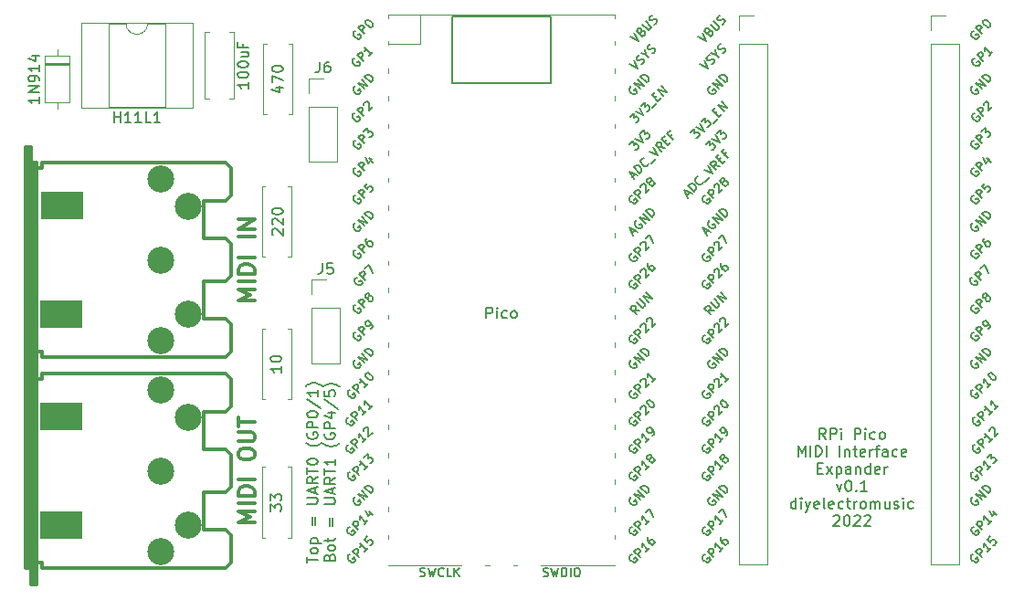
<source format=gbr>
%TF.GenerationSoftware,KiCad,Pcbnew,(6.0.5)*%
%TF.CreationDate,2022-08-17T14:37:10+01:00*%
%TF.ProjectId,PicoMIDIProto,5069636f-4d49-4444-9950-726f746f2e6b,rev?*%
%TF.SameCoordinates,Original*%
%TF.FileFunction,Legend,Top*%
%TF.FilePolarity,Positive*%
%FSLAX46Y46*%
G04 Gerber Fmt 4.6, Leading zero omitted, Abs format (unit mm)*
G04 Created by KiCad (PCBNEW (6.0.5)) date 2022-08-17 14:37:10*
%MOMM*%
%LPD*%
G01*
G04 APERTURE LIST*
%ADD10C,0.150000*%
%ADD11C,0.304800*%
%ADD12C,0.120000*%
%ADD13R,4.000000X2.500000*%
%ADD14C,2.499360*%
G04 APERTURE END LIST*
D10*
X87884000Y-74295000D02*
X78740000Y-74295000D01*
X78740000Y-74295000D02*
X78740000Y-68072000D01*
X78740000Y-68072000D02*
X87884000Y-68072000D01*
X87884000Y-68072000D02*
X87884000Y-74295000D01*
X65322380Y-118767761D02*
X65322380Y-118196333D01*
X66322380Y-118482047D02*
X65322380Y-118482047D01*
X66322380Y-117720142D02*
X66274761Y-117815380D01*
X66227142Y-117863000D01*
X66131904Y-117910619D01*
X65846190Y-117910619D01*
X65750952Y-117863000D01*
X65703333Y-117815380D01*
X65655714Y-117720142D01*
X65655714Y-117577285D01*
X65703333Y-117482047D01*
X65750952Y-117434428D01*
X65846190Y-117386809D01*
X66131904Y-117386809D01*
X66227142Y-117434428D01*
X66274761Y-117482047D01*
X66322380Y-117577285D01*
X66322380Y-117720142D01*
X65655714Y-116958238D02*
X66655714Y-116958238D01*
X65703333Y-116958238D02*
X65655714Y-116863000D01*
X65655714Y-116672523D01*
X65703333Y-116577285D01*
X65750952Y-116529666D01*
X65846190Y-116482047D01*
X66131904Y-116482047D01*
X66227142Y-116529666D01*
X66274761Y-116577285D01*
X66322380Y-116672523D01*
X66322380Y-116863000D01*
X66274761Y-116958238D01*
X65798571Y-115291571D02*
X65798571Y-114529666D01*
X66084285Y-114529666D02*
X66084285Y-115291571D01*
X65322380Y-113291571D02*
X66131904Y-113291571D01*
X66227142Y-113243952D01*
X66274761Y-113196333D01*
X66322380Y-113101095D01*
X66322380Y-112910619D01*
X66274761Y-112815380D01*
X66227142Y-112767761D01*
X66131904Y-112720142D01*
X65322380Y-112720142D01*
X66036666Y-112291571D02*
X66036666Y-111815380D01*
X66322380Y-112386809D02*
X65322380Y-112053476D01*
X66322380Y-111720142D01*
X66322380Y-110815380D02*
X65846190Y-111148714D01*
X66322380Y-111386809D02*
X65322380Y-111386809D01*
X65322380Y-111005857D01*
X65370000Y-110910619D01*
X65417619Y-110863000D01*
X65512857Y-110815380D01*
X65655714Y-110815380D01*
X65750952Y-110863000D01*
X65798571Y-110910619D01*
X65846190Y-111005857D01*
X65846190Y-111386809D01*
X65322380Y-110529666D02*
X65322380Y-109958238D01*
X66322380Y-110243952D02*
X65322380Y-110243952D01*
X65322380Y-109434428D02*
X65322380Y-109339190D01*
X65370000Y-109243952D01*
X65417619Y-109196333D01*
X65512857Y-109148714D01*
X65703333Y-109101095D01*
X65941428Y-109101095D01*
X66131904Y-109148714D01*
X66227142Y-109196333D01*
X66274761Y-109243952D01*
X66322380Y-109339190D01*
X66322380Y-109434428D01*
X66274761Y-109529666D01*
X66227142Y-109577285D01*
X66131904Y-109624904D01*
X65941428Y-109672523D01*
X65703333Y-109672523D01*
X65512857Y-109624904D01*
X65417619Y-109577285D01*
X65370000Y-109529666D01*
X65322380Y-109434428D01*
X66703333Y-107624904D02*
X66655714Y-107672523D01*
X66512857Y-107767761D01*
X66417619Y-107815380D01*
X66274761Y-107863000D01*
X66036666Y-107910619D01*
X65846190Y-107910619D01*
X65608095Y-107863000D01*
X65465238Y-107815380D01*
X65370000Y-107767761D01*
X65227142Y-107672523D01*
X65179523Y-107624904D01*
X65370000Y-106720142D02*
X65322380Y-106815380D01*
X65322380Y-106958238D01*
X65370000Y-107101095D01*
X65465238Y-107196333D01*
X65560476Y-107243952D01*
X65750952Y-107291571D01*
X65893809Y-107291571D01*
X66084285Y-107243952D01*
X66179523Y-107196333D01*
X66274761Y-107101095D01*
X66322380Y-106958238D01*
X66322380Y-106863000D01*
X66274761Y-106720142D01*
X66227142Y-106672523D01*
X65893809Y-106672523D01*
X65893809Y-106863000D01*
X66322380Y-106243952D02*
X65322380Y-106243952D01*
X65322380Y-105863000D01*
X65370000Y-105767761D01*
X65417619Y-105720142D01*
X65512857Y-105672523D01*
X65655714Y-105672523D01*
X65750952Y-105720142D01*
X65798571Y-105767761D01*
X65846190Y-105863000D01*
X65846190Y-106243952D01*
X65322380Y-105053476D02*
X65322380Y-104958238D01*
X65370000Y-104863000D01*
X65417619Y-104815380D01*
X65512857Y-104767761D01*
X65703333Y-104720142D01*
X65941428Y-104720142D01*
X66131904Y-104767761D01*
X66227142Y-104815380D01*
X66274761Y-104863000D01*
X66322380Y-104958238D01*
X66322380Y-105053476D01*
X66274761Y-105148714D01*
X66227142Y-105196333D01*
X66131904Y-105243952D01*
X65941428Y-105291571D01*
X65703333Y-105291571D01*
X65512857Y-105243952D01*
X65417619Y-105196333D01*
X65370000Y-105148714D01*
X65322380Y-105053476D01*
X65274761Y-103577285D02*
X66560476Y-104434428D01*
X66322380Y-102720142D02*
X66322380Y-103291571D01*
X66322380Y-103005857D02*
X65322380Y-103005857D01*
X65465238Y-103101095D01*
X65560476Y-103196333D01*
X65608095Y-103291571D01*
X66703333Y-102386809D02*
X66655714Y-102339190D01*
X66512857Y-102243952D01*
X66417619Y-102196333D01*
X66274761Y-102148714D01*
X66036666Y-102101095D01*
X65846190Y-102101095D01*
X65608095Y-102148714D01*
X65465238Y-102196333D01*
X65370000Y-102243952D01*
X65227142Y-102339190D01*
X65179523Y-102386809D01*
X67408571Y-118243952D02*
X67456190Y-118101095D01*
X67503809Y-118053476D01*
X67599047Y-118005857D01*
X67741904Y-118005857D01*
X67837142Y-118053476D01*
X67884761Y-118101095D01*
X67932380Y-118196333D01*
X67932380Y-118577285D01*
X66932380Y-118577285D01*
X66932380Y-118243952D01*
X66980000Y-118148714D01*
X67027619Y-118101095D01*
X67122857Y-118053476D01*
X67218095Y-118053476D01*
X67313333Y-118101095D01*
X67360952Y-118148714D01*
X67408571Y-118243952D01*
X67408571Y-118577285D01*
X67932380Y-117434428D02*
X67884761Y-117529666D01*
X67837142Y-117577285D01*
X67741904Y-117624904D01*
X67456190Y-117624904D01*
X67360952Y-117577285D01*
X67313333Y-117529666D01*
X67265714Y-117434428D01*
X67265714Y-117291571D01*
X67313333Y-117196333D01*
X67360952Y-117148714D01*
X67456190Y-117101095D01*
X67741904Y-117101095D01*
X67837142Y-117148714D01*
X67884761Y-117196333D01*
X67932380Y-117291571D01*
X67932380Y-117434428D01*
X67265714Y-116815380D02*
X67265714Y-116434428D01*
X66932380Y-116672523D02*
X67789523Y-116672523D01*
X67884761Y-116624904D01*
X67932380Y-116529666D01*
X67932380Y-116434428D01*
X67408571Y-115339190D02*
X67408571Y-114577285D01*
X67694285Y-114577285D02*
X67694285Y-115339190D01*
X66932380Y-113339190D02*
X67741904Y-113339190D01*
X67837142Y-113291571D01*
X67884761Y-113243952D01*
X67932380Y-113148714D01*
X67932380Y-112958238D01*
X67884761Y-112863000D01*
X67837142Y-112815380D01*
X67741904Y-112767761D01*
X66932380Y-112767761D01*
X67646666Y-112339190D02*
X67646666Y-111863000D01*
X67932380Y-112434428D02*
X66932380Y-112101095D01*
X67932380Y-111767761D01*
X67932380Y-110863000D02*
X67456190Y-111196333D01*
X67932380Y-111434428D02*
X66932380Y-111434428D01*
X66932380Y-111053476D01*
X66980000Y-110958238D01*
X67027619Y-110910619D01*
X67122857Y-110863000D01*
X67265714Y-110863000D01*
X67360952Y-110910619D01*
X67408571Y-110958238D01*
X67456190Y-111053476D01*
X67456190Y-111434428D01*
X66932380Y-110577285D02*
X66932380Y-110005857D01*
X67932380Y-110291571D02*
X66932380Y-110291571D01*
X67932380Y-109148714D02*
X67932380Y-109720142D01*
X67932380Y-109434428D02*
X66932380Y-109434428D01*
X67075238Y-109529666D01*
X67170476Y-109624904D01*
X67218095Y-109720142D01*
X68313333Y-107672523D02*
X68265714Y-107720142D01*
X68122857Y-107815380D01*
X68027619Y-107863000D01*
X67884761Y-107910619D01*
X67646666Y-107958238D01*
X67456190Y-107958238D01*
X67218095Y-107910619D01*
X67075238Y-107863000D01*
X66980000Y-107815380D01*
X66837142Y-107720142D01*
X66789523Y-107672523D01*
X66980000Y-106767761D02*
X66932380Y-106863000D01*
X66932380Y-107005857D01*
X66980000Y-107148714D01*
X67075238Y-107243952D01*
X67170476Y-107291571D01*
X67360952Y-107339190D01*
X67503809Y-107339190D01*
X67694285Y-107291571D01*
X67789523Y-107243952D01*
X67884761Y-107148714D01*
X67932380Y-107005857D01*
X67932380Y-106910619D01*
X67884761Y-106767761D01*
X67837142Y-106720142D01*
X67503809Y-106720142D01*
X67503809Y-106910619D01*
X67932380Y-106291571D02*
X66932380Y-106291571D01*
X66932380Y-105910619D01*
X66980000Y-105815380D01*
X67027619Y-105767761D01*
X67122857Y-105720142D01*
X67265714Y-105720142D01*
X67360952Y-105767761D01*
X67408571Y-105815380D01*
X67456190Y-105910619D01*
X67456190Y-106291571D01*
X67265714Y-104863000D02*
X67932380Y-104863000D01*
X66884761Y-105101095D02*
X67599047Y-105339190D01*
X67599047Y-104720142D01*
X66884761Y-103624904D02*
X68170476Y-104482047D01*
X66932380Y-102815380D02*
X66932380Y-103291571D01*
X67408571Y-103339190D01*
X67360952Y-103291571D01*
X67313333Y-103196333D01*
X67313333Y-102958238D01*
X67360952Y-102863000D01*
X67408571Y-102815380D01*
X67503809Y-102767761D01*
X67741904Y-102767761D01*
X67837142Y-102815380D01*
X67884761Y-102863000D01*
X67932380Y-102958238D01*
X67932380Y-103196333D01*
X67884761Y-103291571D01*
X67837142Y-103339190D01*
X68313333Y-102434428D02*
X68265714Y-102386809D01*
X68122857Y-102291571D01*
X68027619Y-102243952D01*
X67884761Y-102196333D01*
X67646666Y-102148714D01*
X67456190Y-102148714D01*
X67218095Y-102196333D01*
X67075238Y-102243952D01*
X66980000Y-102291571D01*
X66837142Y-102386809D01*
X66789523Y-102434428D01*
X113395428Y-107298380D02*
X113062095Y-106822190D01*
X112824000Y-107298380D02*
X112824000Y-106298380D01*
X113204952Y-106298380D01*
X113300190Y-106346000D01*
X113347809Y-106393619D01*
X113395428Y-106488857D01*
X113395428Y-106631714D01*
X113347809Y-106726952D01*
X113300190Y-106774571D01*
X113204952Y-106822190D01*
X112824000Y-106822190D01*
X113824000Y-107298380D02*
X113824000Y-106298380D01*
X114204952Y-106298380D01*
X114300190Y-106346000D01*
X114347809Y-106393619D01*
X114395428Y-106488857D01*
X114395428Y-106631714D01*
X114347809Y-106726952D01*
X114300190Y-106774571D01*
X114204952Y-106822190D01*
X113824000Y-106822190D01*
X114824000Y-107298380D02*
X114824000Y-106631714D01*
X114824000Y-106298380D02*
X114776380Y-106346000D01*
X114824000Y-106393619D01*
X114871619Y-106346000D01*
X114824000Y-106298380D01*
X114824000Y-106393619D01*
X116062095Y-107298380D02*
X116062095Y-106298380D01*
X116443047Y-106298380D01*
X116538285Y-106346000D01*
X116585904Y-106393619D01*
X116633523Y-106488857D01*
X116633523Y-106631714D01*
X116585904Y-106726952D01*
X116538285Y-106774571D01*
X116443047Y-106822190D01*
X116062095Y-106822190D01*
X117062095Y-107298380D02*
X117062095Y-106631714D01*
X117062095Y-106298380D02*
X117014476Y-106346000D01*
X117062095Y-106393619D01*
X117109714Y-106346000D01*
X117062095Y-106298380D01*
X117062095Y-106393619D01*
X117966857Y-107250761D02*
X117871619Y-107298380D01*
X117681142Y-107298380D01*
X117585904Y-107250761D01*
X117538285Y-107203142D01*
X117490666Y-107107904D01*
X117490666Y-106822190D01*
X117538285Y-106726952D01*
X117585904Y-106679333D01*
X117681142Y-106631714D01*
X117871619Y-106631714D01*
X117966857Y-106679333D01*
X118538285Y-107298380D02*
X118443047Y-107250761D01*
X118395428Y-107203142D01*
X118347809Y-107107904D01*
X118347809Y-106822190D01*
X118395428Y-106726952D01*
X118443047Y-106679333D01*
X118538285Y-106631714D01*
X118681142Y-106631714D01*
X118776380Y-106679333D01*
X118824000Y-106726952D01*
X118871619Y-106822190D01*
X118871619Y-107107904D01*
X118824000Y-107203142D01*
X118776380Y-107250761D01*
X118681142Y-107298380D01*
X118538285Y-107298380D01*
X110824000Y-108908380D02*
X110824000Y-107908380D01*
X111157333Y-108622666D01*
X111490666Y-107908380D01*
X111490666Y-108908380D01*
X111966857Y-108908380D02*
X111966857Y-107908380D01*
X112443047Y-108908380D02*
X112443047Y-107908380D01*
X112681142Y-107908380D01*
X112824000Y-107956000D01*
X112919238Y-108051238D01*
X112966857Y-108146476D01*
X113014476Y-108336952D01*
X113014476Y-108479809D01*
X112966857Y-108670285D01*
X112919238Y-108765523D01*
X112824000Y-108860761D01*
X112681142Y-108908380D01*
X112443047Y-108908380D01*
X113443047Y-108908380D02*
X113443047Y-107908380D01*
X114681142Y-108908380D02*
X114681142Y-107908380D01*
X115157333Y-108241714D02*
X115157333Y-108908380D01*
X115157333Y-108336952D02*
X115204952Y-108289333D01*
X115300190Y-108241714D01*
X115443047Y-108241714D01*
X115538285Y-108289333D01*
X115585904Y-108384571D01*
X115585904Y-108908380D01*
X115919238Y-108241714D02*
X116300190Y-108241714D01*
X116062095Y-107908380D02*
X116062095Y-108765523D01*
X116109714Y-108860761D01*
X116204952Y-108908380D01*
X116300190Y-108908380D01*
X117014476Y-108860761D02*
X116919238Y-108908380D01*
X116728761Y-108908380D01*
X116633523Y-108860761D01*
X116585904Y-108765523D01*
X116585904Y-108384571D01*
X116633523Y-108289333D01*
X116728761Y-108241714D01*
X116919238Y-108241714D01*
X117014476Y-108289333D01*
X117062095Y-108384571D01*
X117062095Y-108479809D01*
X116585904Y-108575047D01*
X117490666Y-108908380D02*
X117490666Y-108241714D01*
X117490666Y-108432190D02*
X117538285Y-108336952D01*
X117585904Y-108289333D01*
X117681142Y-108241714D01*
X117776380Y-108241714D01*
X117966857Y-108241714D02*
X118347809Y-108241714D01*
X118109714Y-108908380D02*
X118109714Y-108051238D01*
X118157333Y-107956000D01*
X118252571Y-107908380D01*
X118347809Y-107908380D01*
X119109714Y-108908380D02*
X119109714Y-108384571D01*
X119062095Y-108289333D01*
X118966857Y-108241714D01*
X118776380Y-108241714D01*
X118681142Y-108289333D01*
X119109714Y-108860761D02*
X119014476Y-108908380D01*
X118776380Y-108908380D01*
X118681142Y-108860761D01*
X118633523Y-108765523D01*
X118633523Y-108670285D01*
X118681142Y-108575047D01*
X118776380Y-108527428D01*
X119014476Y-108527428D01*
X119109714Y-108479809D01*
X120014476Y-108860761D02*
X119919238Y-108908380D01*
X119728761Y-108908380D01*
X119633523Y-108860761D01*
X119585904Y-108813142D01*
X119538285Y-108717904D01*
X119538285Y-108432190D01*
X119585904Y-108336952D01*
X119633523Y-108289333D01*
X119728761Y-108241714D01*
X119919238Y-108241714D01*
X120014476Y-108289333D01*
X120824000Y-108860761D02*
X120728761Y-108908380D01*
X120538285Y-108908380D01*
X120443047Y-108860761D01*
X120395428Y-108765523D01*
X120395428Y-108384571D01*
X120443047Y-108289333D01*
X120538285Y-108241714D01*
X120728761Y-108241714D01*
X120824000Y-108289333D01*
X120871619Y-108384571D01*
X120871619Y-108479809D01*
X120395428Y-108575047D01*
X112657333Y-109994571D02*
X112990666Y-109994571D01*
X113133523Y-110518380D02*
X112657333Y-110518380D01*
X112657333Y-109518380D01*
X113133523Y-109518380D01*
X113466857Y-110518380D02*
X113990666Y-109851714D01*
X113466857Y-109851714D02*
X113990666Y-110518380D01*
X114371619Y-109851714D02*
X114371619Y-110851714D01*
X114371619Y-109899333D02*
X114466857Y-109851714D01*
X114657333Y-109851714D01*
X114752571Y-109899333D01*
X114800190Y-109946952D01*
X114847809Y-110042190D01*
X114847809Y-110327904D01*
X114800190Y-110423142D01*
X114752571Y-110470761D01*
X114657333Y-110518380D01*
X114466857Y-110518380D01*
X114371619Y-110470761D01*
X115704952Y-110518380D02*
X115704952Y-109994571D01*
X115657333Y-109899333D01*
X115562095Y-109851714D01*
X115371619Y-109851714D01*
X115276380Y-109899333D01*
X115704952Y-110470761D02*
X115609714Y-110518380D01*
X115371619Y-110518380D01*
X115276380Y-110470761D01*
X115228761Y-110375523D01*
X115228761Y-110280285D01*
X115276380Y-110185047D01*
X115371619Y-110137428D01*
X115609714Y-110137428D01*
X115704952Y-110089809D01*
X116181142Y-109851714D02*
X116181142Y-110518380D01*
X116181142Y-109946952D02*
X116228761Y-109899333D01*
X116324000Y-109851714D01*
X116466857Y-109851714D01*
X116562095Y-109899333D01*
X116609714Y-109994571D01*
X116609714Y-110518380D01*
X117514476Y-110518380D02*
X117514476Y-109518380D01*
X117514476Y-110470761D02*
X117419238Y-110518380D01*
X117228761Y-110518380D01*
X117133523Y-110470761D01*
X117085904Y-110423142D01*
X117038285Y-110327904D01*
X117038285Y-110042190D01*
X117085904Y-109946952D01*
X117133523Y-109899333D01*
X117228761Y-109851714D01*
X117419238Y-109851714D01*
X117514476Y-109899333D01*
X118371619Y-110470761D02*
X118276380Y-110518380D01*
X118085904Y-110518380D01*
X117990666Y-110470761D01*
X117943047Y-110375523D01*
X117943047Y-109994571D01*
X117990666Y-109899333D01*
X118085904Y-109851714D01*
X118276380Y-109851714D01*
X118371619Y-109899333D01*
X118419238Y-109994571D01*
X118419238Y-110089809D01*
X117943047Y-110185047D01*
X118847809Y-110518380D02*
X118847809Y-109851714D01*
X118847809Y-110042190D02*
X118895428Y-109946952D01*
X118943047Y-109899333D01*
X119038285Y-109851714D01*
X119133523Y-109851714D01*
X114395428Y-111461714D02*
X114633523Y-112128380D01*
X114871619Y-111461714D01*
X115443047Y-111128380D02*
X115538285Y-111128380D01*
X115633523Y-111176000D01*
X115681142Y-111223619D01*
X115728761Y-111318857D01*
X115776380Y-111509333D01*
X115776380Y-111747428D01*
X115728761Y-111937904D01*
X115681142Y-112033142D01*
X115633523Y-112080761D01*
X115538285Y-112128380D01*
X115443047Y-112128380D01*
X115347809Y-112080761D01*
X115300190Y-112033142D01*
X115252571Y-111937904D01*
X115204952Y-111747428D01*
X115204952Y-111509333D01*
X115252571Y-111318857D01*
X115300190Y-111223619D01*
X115347809Y-111176000D01*
X115443047Y-111128380D01*
X116204952Y-112033142D02*
X116252571Y-112080761D01*
X116204952Y-112128380D01*
X116157333Y-112080761D01*
X116204952Y-112033142D01*
X116204952Y-112128380D01*
X117204952Y-112128380D02*
X116633523Y-112128380D01*
X116919238Y-112128380D02*
X116919238Y-111128380D01*
X116824000Y-111271238D01*
X116728761Y-111366476D01*
X116633523Y-111414095D01*
X110633523Y-113738380D02*
X110633523Y-112738380D01*
X110633523Y-113690761D02*
X110538285Y-113738380D01*
X110347809Y-113738380D01*
X110252571Y-113690761D01*
X110204952Y-113643142D01*
X110157333Y-113547904D01*
X110157333Y-113262190D01*
X110204952Y-113166952D01*
X110252571Y-113119333D01*
X110347809Y-113071714D01*
X110538285Y-113071714D01*
X110633523Y-113119333D01*
X111109714Y-113738380D02*
X111109714Y-113071714D01*
X111109714Y-112738380D02*
X111062095Y-112786000D01*
X111109714Y-112833619D01*
X111157333Y-112786000D01*
X111109714Y-112738380D01*
X111109714Y-112833619D01*
X111490666Y-113071714D02*
X111728761Y-113738380D01*
X111966857Y-113071714D02*
X111728761Y-113738380D01*
X111633523Y-113976476D01*
X111585904Y-114024095D01*
X111490666Y-114071714D01*
X112728761Y-113690761D02*
X112633523Y-113738380D01*
X112443047Y-113738380D01*
X112347809Y-113690761D01*
X112300190Y-113595523D01*
X112300190Y-113214571D01*
X112347809Y-113119333D01*
X112443047Y-113071714D01*
X112633523Y-113071714D01*
X112728761Y-113119333D01*
X112776380Y-113214571D01*
X112776380Y-113309809D01*
X112300190Y-113405047D01*
X113347809Y-113738380D02*
X113252571Y-113690761D01*
X113204952Y-113595523D01*
X113204952Y-112738380D01*
X114109714Y-113690761D02*
X114014476Y-113738380D01*
X113824000Y-113738380D01*
X113728761Y-113690761D01*
X113681142Y-113595523D01*
X113681142Y-113214571D01*
X113728761Y-113119333D01*
X113824000Y-113071714D01*
X114014476Y-113071714D01*
X114109714Y-113119333D01*
X114157333Y-113214571D01*
X114157333Y-113309809D01*
X113681142Y-113405047D01*
X115014476Y-113690761D02*
X114919238Y-113738380D01*
X114728761Y-113738380D01*
X114633523Y-113690761D01*
X114585904Y-113643142D01*
X114538285Y-113547904D01*
X114538285Y-113262190D01*
X114585904Y-113166952D01*
X114633523Y-113119333D01*
X114728761Y-113071714D01*
X114919238Y-113071714D01*
X115014476Y-113119333D01*
X115300190Y-113071714D02*
X115681142Y-113071714D01*
X115443047Y-112738380D02*
X115443047Y-113595523D01*
X115490666Y-113690761D01*
X115585904Y-113738380D01*
X115681142Y-113738380D01*
X116014476Y-113738380D02*
X116014476Y-113071714D01*
X116014476Y-113262190D02*
X116062095Y-113166952D01*
X116109714Y-113119333D01*
X116204952Y-113071714D01*
X116300190Y-113071714D01*
X116776380Y-113738380D02*
X116681142Y-113690761D01*
X116633523Y-113643142D01*
X116585904Y-113547904D01*
X116585904Y-113262190D01*
X116633523Y-113166952D01*
X116681142Y-113119333D01*
X116776380Y-113071714D01*
X116919238Y-113071714D01*
X117014476Y-113119333D01*
X117062095Y-113166952D01*
X117109714Y-113262190D01*
X117109714Y-113547904D01*
X117062095Y-113643142D01*
X117014476Y-113690761D01*
X116919238Y-113738380D01*
X116776380Y-113738380D01*
X117538285Y-113738380D02*
X117538285Y-113071714D01*
X117538285Y-113166952D02*
X117585904Y-113119333D01*
X117681142Y-113071714D01*
X117824000Y-113071714D01*
X117919238Y-113119333D01*
X117966857Y-113214571D01*
X117966857Y-113738380D01*
X117966857Y-113214571D02*
X118014476Y-113119333D01*
X118109714Y-113071714D01*
X118252571Y-113071714D01*
X118347809Y-113119333D01*
X118395428Y-113214571D01*
X118395428Y-113738380D01*
X119300190Y-113071714D02*
X119300190Y-113738380D01*
X118871619Y-113071714D02*
X118871619Y-113595523D01*
X118919238Y-113690761D01*
X119014476Y-113738380D01*
X119157333Y-113738380D01*
X119252571Y-113690761D01*
X119300190Y-113643142D01*
X119728761Y-113690761D02*
X119824000Y-113738380D01*
X120014476Y-113738380D01*
X120109714Y-113690761D01*
X120157333Y-113595523D01*
X120157333Y-113547904D01*
X120109714Y-113452666D01*
X120014476Y-113405047D01*
X119871619Y-113405047D01*
X119776380Y-113357428D01*
X119728761Y-113262190D01*
X119728761Y-113214571D01*
X119776380Y-113119333D01*
X119871619Y-113071714D01*
X120014476Y-113071714D01*
X120109714Y-113119333D01*
X120585904Y-113738380D02*
X120585904Y-113071714D01*
X120585904Y-112738380D02*
X120538285Y-112786000D01*
X120585904Y-112833619D01*
X120633523Y-112786000D01*
X120585904Y-112738380D01*
X120585904Y-112833619D01*
X121490666Y-113690761D02*
X121395428Y-113738380D01*
X121204952Y-113738380D01*
X121109714Y-113690761D01*
X121062095Y-113643142D01*
X121014476Y-113547904D01*
X121014476Y-113262190D01*
X121062095Y-113166952D01*
X121109714Y-113119333D01*
X121204952Y-113071714D01*
X121395428Y-113071714D01*
X121490666Y-113119333D01*
X114109714Y-114443619D02*
X114157333Y-114396000D01*
X114252571Y-114348380D01*
X114490666Y-114348380D01*
X114585904Y-114396000D01*
X114633523Y-114443619D01*
X114681142Y-114538857D01*
X114681142Y-114634095D01*
X114633523Y-114776952D01*
X114062095Y-115348380D01*
X114681142Y-115348380D01*
X115300190Y-114348380D02*
X115395428Y-114348380D01*
X115490666Y-114396000D01*
X115538285Y-114443619D01*
X115585904Y-114538857D01*
X115633523Y-114729333D01*
X115633523Y-114967428D01*
X115585904Y-115157904D01*
X115538285Y-115253142D01*
X115490666Y-115300761D01*
X115395428Y-115348380D01*
X115300190Y-115348380D01*
X115204952Y-115300761D01*
X115157333Y-115253142D01*
X115109714Y-115157904D01*
X115062095Y-114967428D01*
X115062095Y-114729333D01*
X115109714Y-114538857D01*
X115157333Y-114443619D01*
X115204952Y-114396000D01*
X115300190Y-114348380D01*
X116014476Y-114443619D02*
X116062095Y-114396000D01*
X116157333Y-114348380D01*
X116395428Y-114348380D01*
X116490666Y-114396000D01*
X116538285Y-114443619D01*
X116585904Y-114538857D01*
X116585904Y-114634095D01*
X116538285Y-114776952D01*
X115966857Y-115348380D01*
X116585904Y-115348380D01*
X116966857Y-114443619D02*
X117014476Y-114396000D01*
X117109714Y-114348380D01*
X117347809Y-114348380D01*
X117443047Y-114396000D01*
X117490666Y-114443619D01*
X117538285Y-114538857D01*
X117538285Y-114634095D01*
X117490666Y-114776952D01*
X116919238Y-115348380D01*
X117538285Y-115348380D01*
%TO.C,U2*%
X127075096Y-79623218D02*
X126994284Y-79650155D01*
X126913471Y-79730967D01*
X126859597Y-79838717D01*
X126859597Y-79946467D01*
X126886534Y-80027279D01*
X126967346Y-80161966D01*
X127048158Y-80242778D01*
X127182845Y-80323590D01*
X127263658Y-80350528D01*
X127371407Y-80350528D01*
X127479157Y-80296653D01*
X127533032Y-80242778D01*
X127586906Y-80135028D01*
X127586906Y-80081154D01*
X127398345Y-79892592D01*
X127290595Y-80000341D01*
X127883218Y-79892592D02*
X127317532Y-79326906D01*
X127533032Y-79111407D01*
X127613844Y-79084470D01*
X127667719Y-79084470D01*
X127748531Y-79111407D01*
X127829343Y-79192219D01*
X127856280Y-79273032D01*
X127856280Y-79326906D01*
X127829343Y-79407719D01*
X127613844Y-79623218D01*
X127829343Y-78815096D02*
X128179529Y-78464910D01*
X128206467Y-78868971D01*
X128287279Y-78788158D01*
X128368091Y-78761221D01*
X128421966Y-78761221D01*
X128502778Y-78788158D01*
X128637465Y-78922845D01*
X128664402Y-79003658D01*
X128664402Y-79057532D01*
X128637465Y-79138345D01*
X128475841Y-79299969D01*
X128395028Y-79326906D01*
X128341154Y-79326906D01*
X102194722Y-84718592D02*
X102113910Y-84745529D01*
X102033097Y-84826341D01*
X101979223Y-84934091D01*
X101979223Y-85041841D01*
X102006160Y-85122653D01*
X102086972Y-85257340D01*
X102167784Y-85338152D01*
X102302471Y-85418964D01*
X102383284Y-85445902D01*
X102491033Y-85445902D01*
X102598783Y-85392027D01*
X102652658Y-85338152D01*
X102706532Y-85230402D01*
X102706532Y-85176528D01*
X102517971Y-84987966D01*
X102410221Y-85095715D01*
X103002844Y-84987966D02*
X102437158Y-84422280D01*
X102652658Y-84206781D01*
X102733470Y-84179844D01*
X102787345Y-84179844D01*
X102868157Y-84206781D01*
X102948969Y-84287593D01*
X102975906Y-84368406D01*
X102975906Y-84422280D01*
X102948969Y-84503093D01*
X102733470Y-84718592D01*
X103029781Y-83937407D02*
X103029781Y-83883532D01*
X103056719Y-83802720D01*
X103191406Y-83668033D01*
X103272218Y-83641096D01*
X103326093Y-83641096D01*
X103406905Y-83668033D01*
X103460780Y-83721908D01*
X103514654Y-83829658D01*
X103514654Y-84476155D01*
X103864841Y-84125969D01*
X103864841Y-83479471D02*
X103784028Y-83506409D01*
X103730154Y-83506409D01*
X103649341Y-83479471D01*
X103622404Y-83452534D01*
X103595467Y-83371722D01*
X103595467Y-83317847D01*
X103622404Y-83237035D01*
X103730154Y-83129285D01*
X103810966Y-83102348D01*
X103864841Y-83102348D01*
X103945653Y-83129285D01*
X103972590Y-83156223D01*
X103999528Y-83237035D01*
X103999528Y-83290910D01*
X103972590Y-83371722D01*
X103864841Y-83479471D01*
X103837903Y-83560284D01*
X103837903Y-83614158D01*
X103864841Y-83694971D01*
X103972590Y-83802720D01*
X104053402Y-83829658D01*
X104107277Y-83829658D01*
X104188089Y-83802720D01*
X104295839Y-83694971D01*
X104322776Y-83614158D01*
X104322776Y-83560284D01*
X104295839Y-83479471D01*
X104188089Y-83371722D01*
X104107277Y-83344784D01*
X104053402Y-83344784D01*
X103972590Y-83371722D01*
X127205722Y-105292592D02*
X127124910Y-105319529D01*
X127044097Y-105400341D01*
X126990223Y-105508091D01*
X126990223Y-105615841D01*
X127017160Y-105696653D01*
X127097972Y-105831340D01*
X127178784Y-105912152D01*
X127313471Y-105992964D01*
X127394284Y-106019902D01*
X127502033Y-106019902D01*
X127609783Y-105966027D01*
X127663658Y-105912152D01*
X127717532Y-105804402D01*
X127717532Y-105750528D01*
X127528971Y-105561966D01*
X127421221Y-105669715D01*
X128013844Y-105561966D02*
X127448158Y-104996280D01*
X127663658Y-104780781D01*
X127744470Y-104753844D01*
X127798345Y-104753844D01*
X127879157Y-104780781D01*
X127959969Y-104861593D01*
X127986906Y-104942406D01*
X127986906Y-104996280D01*
X127959969Y-105077093D01*
X127744470Y-105292592D01*
X128875841Y-104699969D02*
X128552592Y-105023218D01*
X128714216Y-104861593D02*
X128148531Y-104295908D01*
X128175468Y-104430595D01*
X128175468Y-104538345D01*
X128148531Y-104619157D01*
X129414589Y-104161221D02*
X129091340Y-104484470D01*
X129252964Y-104322845D02*
X128687279Y-103757160D01*
X128714216Y-103891847D01*
X128714216Y-103999597D01*
X128687279Y-104080409D01*
X102194722Y-110372592D02*
X102113910Y-110399529D01*
X102033097Y-110480341D01*
X101979223Y-110588091D01*
X101979223Y-110695841D01*
X102006160Y-110776653D01*
X102086972Y-110911340D01*
X102167784Y-110992152D01*
X102302471Y-111072964D01*
X102383284Y-111099902D01*
X102491033Y-111099902D01*
X102598783Y-111046027D01*
X102652658Y-110992152D01*
X102706532Y-110884402D01*
X102706532Y-110830528D01*
X102517971Y-110641966D01*
X102410221Y-110749715D01*
X103002844Y-110641966D02*
X102437158Y-110076280D01*
X102652658Y-109860781D01*
X102733470Y-109833844D01*
X102787345Y-109833844D01*
X102868157Y-109860781D01*
X102948969Y-109941593D01*
X102975906Y-110022406D01*
X102975906Y-110076280D01*
X102948969Y-110157093D01*
X102733470Y-110372592D01*
X103864841Y-109779969D02*
X103541592Y-110103218D01*
X103703216Y-109941593D02*
X103137531Y-109375908D01*
X103164468Y-109510595D01*
X103164468Y-109618345D01*
X103137531Y-109699157D01*
X103864841Y-109133471D02*
X103784028Y-109160409D01*
X103730154Y-109160409D01*
X103649341Y-109133471D01*
X103622404Y-109106534D01*
X103595467Y-109025722D01*
X103595467Y-108971847D01*
X103622404Y-108891035D01*
X103730154Y-108783285D01*
X103810966Y-108756348D01*
X103864841Y-108756348D01*
X103945653Y-108783285D01*
X103972590Y-108810223D01*
X103999528Y-108891035D01*
X103999528Y-108944910D01*
X103972590Y-109025722D01*
X103864841Y-109133471D01*
X103837903Y-109214284D01*
X103837903Y-109268158D01*
X103864841Y-109348971D01*
X103972590Y-109456720D01*
X104053402Y-109483658D01*
X104107277Y-109483658D01*
X104188089Y-109456720D01*
X104295839Y-109348971D01*
X104322776Y-109268158D01*
X104322776Y-109214284D01*
X104295839Y-109133471D01*
X104188089Y-109025722D01*
X104107277Y-108998784D01*
X104053402Y-108998784D01*
X103972590Y-109025722D01*
X102194722Y-97672592D02*
X102113910Y-97699529D01*
X102033097Y-97780341D01*
X101979223Y-97888091D01*
X101979223Y-97995841D01*
X102006160Y-98076653D01*
X102086972Y-98211340D01*
X102167784Y-98292152D01*
X102302471Y-98372964D01*
X102383284Y-98399902D01*
X102491033Y-98399902D01*
X102598783Y-98346027D01*
X102652658Y-98292152D01*
X102706532Y-98184402D01*
X102706532Y-98130528D01*
X102517971Y-97941966D01*
X102410221Y-98049715D01*
X103002844Y-97941966D02*
X102437158Y-97376280D01*
X102652658Y-97160781D01*
X102733470Y-97133844D01*
X102787345Y-97133844D01*
X102868157Y-97160781D01*
X102948969Y-97241593D01*
X102975906Y-97322406D01*
X102975906Y-97376280D01*
X102948969Y-97457093D01*
X102733470Y-97672592D01*
X103029781Y-96891407D02*
X103029781Y-96837532D01*
X103056719Y-96756720D01*
X103191406Y-96622033D01*
X103272218Y-96595096D01*
X103326093Y-96595096D01*
X103406905Y-96622033D01*
X103460780Y-96675908D01*
X103514654Y-96783658D01*
X103514654Y-97430155D01*
X103864841Y-97079969D01*
X103568529Y-96352659D02*
X103568529Y-96298784D01*
X103595467Y-96217972D01*
X103730154Y-96083285D01*
X103810966Y-96056348D01*
X103864841Y-96056348D01*
X103945653Y-96083285D01*
X103999528Y-96137160D01*
X104053402Y-96244910D01*
X104053402Y-96891407D01*
X104403589Y-96541221D01*
X127059722Y-102752592D02*
X126978910Y-102779529D01*
X126898097Y-102860341D01*
X126844223Y-102968091D01*
X126844223Y-103075841D01*
X126871160Y-103156653D01*
X126951972Y-103291340D01*
X127032784Y-103372152D01*
X127167471Y-103452964D01*
X127248284Y-103479902D01*
X127356033Y-103479902D01*
X127463783Y-103426027D01*
X127517658Y-103372152D01*
X127571532Y-103264402D01*
X127571532Y-103210528D01*
X127382971Y-103021966D01*
X127275221Y-103129715D01*
X127867844Y-103021966D02*
X127302158Y-102456280D01*
X127517658Y-102240781D01*
X127598470Y-102213844D01*
X127652345Y-102213844D01*
X127733157Y-102240781D01*
X127813969Y-102321593D01*
X127840906Y-102402406D01*
X127840906Y-102456280D01*
X127813969Y-102537093D01*
X127598470Y-102752592D01*
X128729841Y-102159969D02*
X128406592Y-102483218D01*
X128568216Y-102321593D02*
X128002531Y-101755908D01*
X128029468Y-101890595D01*
X128029468Y-101998345D01*
X128002531Y-102079157D01*
X128514341Y-101244097D02*
X128568216Y-101190223D01*
X128649028Y-101163285D01*
X128702903Y-101163285D01*
X128783715Y-101190223D01*
X128918402Y-101271035D01*
X129053089Y-101405722D01*
X129133902Y-101540409D01*
X129160839Y-101621221D01*
X129160839Y-101675096D01*
X129133902Y-101755908D01*
X129080027Y-101809783D01*
X128999215Y-101836720D01*
X128945340Y-101836720D01*
X128864528Y-101809783D01*
X128729841Y-101728971D01*
X128595154Y-101594284D01*
X128514341Y-101459597D01*
X128487404Y-101378784D01*
X128487404Y-101324910D01*
X128514341Y-101244097D01*
X127059722Y-110372592D02*
X126978910Y-110399529D01*
X126898097Y-110480341D01*
X126844223Y-110588091D01*
X126844223Y-110695841D01*
X126871160Y-110776653D01*
X126951972Y-110911340D01*
X127032784Y-110992152D01*
X127167471Y-111072964D01*
X127248284Y-111099902D01*
X127356033Y-111099902D01*
X127463783Y-111046027D01*
X127517658Y-110992152D01*
X127571532Y-110884402D01*
X127571532Y-110830528D01*
X127382971Y-110641966D01*
X127275221Y-110749715D01*
X127867844Y-110641966D02*
X127302158Y-110076280D01*
X127517658Y-109860781D01*
X127598470Y-109833844D01*
X127652345Y-109833844D01*
X127733157Y-109860781D01*
X127813969Y-109941593D01*
X127840906Y-110022406D01*
X127840906Y-110076280D01*
X127813969Y-110157093D01*
X127598470Y-110372592D01*
X128729841Y-109779969D02*
X128406592Y-110103218D01*
X128568216Y-109941593D02*
X128002531Y-109375908D01*
X128029468Y-109510595D01*
X128029468Y-109618345D01*
X128002531Y-109699157D01*
X128352717Y-109025722D02*
X128702903Y-108675536D01*
X128729841Y-109079597D01*
X128810653Y-108998784D01*
X128891465Y-108971847D01*
X128945340Y-108971847D01*
X129026152Y-108998784D01*
X129160839Y-109133471D01*
X129187776Y-109214284D01*
X129187776Y-109268158D01*
X129160839Y-109348971D01*
X128999215Y-109510595D01*
X128918402Y-109537532D01*
X128864528Y-109537532D01*
X102194722Y-107832592D02*
X102113910Y-107859529D01*
X102033097Y-107940341D01*
X101979223Y-108048091D01*
X101979223Y-108155841D01*
X102006160Y-108236653D01*
X102086972Y-108371340D01*
X102167784Y-108452152D01*
X102302471Y-108532964D01*
X102383284Y-108559902D01*
X102491033Y-108559902D01*
X102598783Y-108506027D01*
X102652658Y-108452152D01*
X102706532Y-108344402D01*
X102706532Y-108290528D01*
X102517971Y-108101966D01*
X102410221Y-108209715D01*
X103002844Y-108101966D02*
X102437158Y-107536280D01*
X102652658Y-107320781D01*
X102733470Y-107293844D01*
X102787345Y-107293844D01*
X102868157Y-107320781D01*
X102948969Y-107401593D01*
X102975906Y-107482406D01*
X102975906Y-107536280D01*
X102948969Y-107617093D01*
X102733470Y-107832592D01*
X103864841Y-107239969D02*
X103541592Y-107563218D01*
X103703216Y-107401593D02*
X103137531Y-106835908D01*
X103164468Y-106970595D01*
X103164468Y-107078345D01*
X103137531Y-107159157D01*
X104134215Y-106970595D02*
X104241964Y-106862845D01*
X104268902Y-106782033D01*
X104268902Y-106728158D01*
X104241964Y-106593471D01*
X104161152Y-106458784D01*
X103945653Y-106243285D01*
X103864841Y-106216348D01*
X103810966Y-106216348D01*
X103730154Y-106243285D01*
X103622404Y-106351035D01*
X103595467Y-106431847D01*
X103595467Y-106485722D01*
X103622404Y-106566534D01*
X103757091Y-106701221D01*
X103837903Y-106728158D01*
X103891778Y-106728158D01*
X103972590Y-106701221D01*
X104080340Y-106593471D01*
X104107277Y-106512659D01*
X104107277Y-106458784D01*
X104080340Y-106377972D01*
X102691158Y-112670155D02*
X102610346Y-112697093D01*
X102529534Y-112777905D01*
X102475659Y-112885654D01*
X102475659Y-112993404D01*
X102502597Y-113074216D01*
X102583409Y-113208903D01*
X102664221Y-113289715D01*
X102798908Y-113370528D01*
X102879720Y-113397465D01*
X102987470Y-113397465D01*
X103095219Y-113343590D01*
X103149094Y-113289715D01*
X103202969Y-113181966D01*
X103202969Y-113128091D01*
X103014407Y-112939529D01*
X102906658Y-113047279D01*
X103499280Y-112939529D02*
X102933595Y-112373844D01*
X103822529Y-112616280D01*
X103256844Y-112050595D01*
X104091903Y-112346906D02*
X103526218Y-111781221D01*
X103660905Y-111646534D01*
X103768654Y-111592659D01*
X103876404Y-111592659D01*
X103957216Y-111619597D01*
X104091903Y-111700409D01*
X104172715Y-111781221D01*
X104253528Y-111915908D01*
X104280465Y-111996720D01*
X104280465Y-112104470D01*
X104226590Y-112212219D01*
X104091903Y-112346906D01*
X127048158Y-99970155D02*
X126967346Y-99997093D01*
X126886534Y-100077905D01*
X126832659Y-100185654D01*
X126832659Y-100293404D01*
X126859597Y-100374216D01*
X126940409Y-100508903D01*
X127021221Y-100589715D01*
X127155908Y-100670528D01*
X127236720Y-100697465D01*
X127344470Y-100697465D01*
X127452219Y-100643590D01*
X127506094Y-100589715D01*
X127559969Y-100481966D01*
X127559969Y-100428091D01*
X127371407Y-100239529D01*
X127263658Y-100347279D01*
X127856280Y-100239529D02*
X127290595Y-99673844D01*
X128179529Y-99916280D01*
X127613844Y-99350595D01*
X128448903Y-99646906D02*
X127883218Y-99081221D01*
X128017905Y-98946534D01*
X128125654Y-98892659D01*
X128233404Y-98892659D01*
X128314216Y-98919597D01*
X128448903Y-99000409D01*
X128529715Y-99081221D01*
X128610528Y-99215908D01*
X128637465Y-99296720D01*
X128637465Y-99404470D01*
X128583590Y-99512219D01*
X128448903Y-99646906D01*
X101725473Y-72541966D02*
X102479720Y-72919089D01*
X102102597Y-72164842D01*
X102802969Y-72541966D02*
X102910719Y-72488091D01*
X103045406Y-72353404D01*
X103072343Y-72272592D01*
X103072343Y-72218717D01*
X103045406Y-72137905D01*
X102991531Y-72084030D01*
X102910719Y-72057093D01*
X102856844Y-72057093D01*
X102776032Y-72084030D01*
X102641345Y-72164842D01*
X102560532Y-72191780D01*
X102506658Y-72191780D01*
X102425845Y-72164842D01*
X102371971Y-72110967D01*
X102345033Y-72030155D01*
X102345033Y-71976280D01*
X102371971Y-71895468D01*
X102506658Y-71760781D01*
X102614407Y-71706906D01*
X103233967Y-71626094D02*
X103503341Y-71895468D01*
X102749094Y-71518345D02*
X103233967Y-71626094D01*
X103126218Y-71141221D01*
X103826590Y-71518345D02*
X103934340Y-71464470D01*
X104069027Y-71329783D01*
X104095964Y-71248971D01*
X104095964Y-71195096D01*
X104069027Y-71114284D01*
X104015152Y-71060409D01*
X103934340Y-71033471D01*
X103880465Y-71033471D01*
X103799653Y-71060409D01*
X103664966Y-71141221D01*
X103584154Y-71168158D01*
X103530279Y-71168158D01*
X103449467Y-71141221D01*
X103395592Y-71087346D01*
X103368654Y-71006534D01*
X103368654Y-70952659D01*
X103395592Y-70871847D01*
X103530279Y-70737160D01*
X103638028Y-70683285D01*
X103043375Y-95415435D02*
X102585439Y-95334622D01*
X102720126Y-95738683D02*
X102154441Y-95172998D01*
X102369940Y-94957499D01*
X102450752Y-94930561D01*
X102504627Y-94930561D01*
X102585439Y-94957499D01*
X102666251Y-95038311D01*
X102693189Y-95119123D01*
X102693189Y-95172998D01*
X102666251Y-95253810D01*
X102450752Y-95469309D01*
X102720126Y-94607312D02*
X103178062Y-95065248D01*
X103258874Y-95092186D01*
X103312749Y-95092186D01*
X103393561Y-95065248D01*
X103501311Y-94957499D01*
X103528248Y-94876687D01*
X103528248Y-94822812D01*
X103501311Y-94742000D01*
X103043375Y-94284064D01*
X103878435Y-94580375D02*
X103312749Y-94014690D01*
X104201683Y-94257126D01*
X103635998Y-93691441D01*
X127075096Y-94863218D02*
X126994284Y-94890155D01*
X126913471Y-94970967D01*
X126859597Y-95078717D01*
X126859597Y-95186467D01*
X126886534Y-95267279D01*
X126967346Y-95401966D01*
X127048158Y-95482778D01*
X127182845Y-95563590D01*
X127263658Y-95590528D01*
X127371407Y-95590528D01*
X127479157Y-95536653D01*
X127533032Y-95482778D01*
X127586906Y-95375028D01*
X127586906Y-95321154D01*
X127398345Y-95132592D01*
X127290595Y-95240341D01*
X127883218Y-95132592D02*
X127317532Y-94566906D01*
X127533032Y-94351407D01*
X127613844Y-94324470D01*
X127667719Y-94324470D01*
X127748531Y-94351407D01*
X127829343Y-94432219D01*
X127856280Y-94513032D01*
X127856280Y-94566906D01*
X127829343Y-94647719D01*
X127613844Y-94863218D01*
X128206467Y-94162845D02*
X128125654Y-94189783D01*
X128071780Y-94189783D01*
X127990967Y-94162845D01*
X127964030Y-94135908D01*
X127937093Y-94055096D01*
X127937093Y-94001221D01*
X127964030Y-93920409D01*
X128071780Y-93812659D01*
X128152592Y-93785722D01*
X128206467Y-93785722D01*
X128287279Y-93812659D01*
X128314216Y-93839597D01*
X128341154Y-93920409D01*
X128341154Y-93974284D01*
X128314216Y-94055096D01*
X128206467Y-94162845D01*
X128179529Y-94243658D01*
X128179529Y-94297532D01*
X128206467Y-94378345D01*
X128314216Y-94486094D01*
X128395028Y-94513032D01*
X128448903Y-94513032D01*
X128529715Y-94486094D01*
X128637465Y-94378345D01*
X128664402Y-94297532D01*
X128664402Y-94243658D01*
X128637465Y-94162845D01*
X128529715Y-94055096D01*
X128448903Y-94028158D01*
X128395028Y-94028158D01*
X128314216Y-94055096D01*
X102294847Y-79962592D02*
X102645033Y-79612406D01*
X102671971Y-80016467D01*
X102752783Y-79935654D01*
X102833595Y-79908717D01*
X102887470Y-79908717D01*
X102968282Y-79935654D01*
X103102969Y-80070341D01*
X103129906Y-80151154D01*
X103129906Y-80205028D01*
X103102969Y-80285841D01*
X102941345Y-80447465D01*
X102860532Y-80474402D01*
X102806658Y-80474402D01*
X102806658Y-79450781D02*
X103560905Y-79827905D01*
X103183781Y-79073658D01*
X103318468Y-78938971D02*
X103668654Y-78588784D01*
X103695592Y-78992845D01*
X103776404Y-78912033D01*
X103857216Y-78885096D01*
X103911091Y-78885096D01*
X103991903Y-78912033D01*
X104126590Y-79046720D01*
X104153528Y-79127532D01*
X104153528Y-79181407D01*
X104126590Y-79262219D01*
X103964966Y-79423844D01*
X103884154Y-79450781D01*
X103830279Y-79450781D01*
X127059722Y-117992592D02*
X126978910Y-118019529D01*
X126898097Y-118100341D01*
X126844223Y-118208091D01*
X126844223Y-118315841D01*
X126871160Y-118396653D01*
X126951972Y-118531340D01*
X127032784Y-118612152D01*
X127167471Y-118692964D01*
X127248284Y-118719902D01*
X127356033Y-118719902D01*
X127463783Y-118666027D01*
X127517658Y-118612152D01*
X127571532Y-118504402D01*
X127571532Y-118450528D01*
X127382971Y-118261966D01*
X127275221Y-118369715D01*
X127867844Y-118261966D02*
X127302158Y-117696280D01*
X127517658Y-117480781D01*
X127598470Y-117453844D01*
X127652345Y-117453844D01*
X127733157Y-117480781D01*
X127813969Y-117561593D01*
X127840906Y-117642406D01*
X127840906Y-117696280D01*
X127813969Y-117777093D01*
X127598470Y-117992592D01*
X128729841Y-117399969D02*
X128406592Y-117723218D01*
X128568216Y-117561593D02*
X128002531Y-116995908D01*
X128029468Y-117130595D01*
X128029468Y-117238345D01*
X128002531Y-117319157D01*
X128675966Y-116322473D02*
X128406592Y-116591847D01*
X128649028Y-116888158D01*
X128649028Y-116834284D01*
X128675966Y-116753471D01*
X128810653Y-116618784D01*
X128891465Y-116591847D01*
X128945340Y-116591847D01*
X129026152Y-116618784D01*
X129160839Y-116753471D01*
X129187776Y-116834284D01*
X129187776Y-116888158D01*
X129160839Y-116968971D01*
X129026152Y-117103658D01*
X128945340Y-117130595D01*
X128891465Y-117130595D01*
X127048158Y-87270155D02*
X126967346Y-87297093D01*
X126886534Y-87377905D01*
X126832659Y-87485654D01*
X126832659Y-87593404D01*
X126859597Y-87674216D01*
X126940409Y-87808903D01*
X127021221Y-87889715D01*
X127155908Y-87970528D01*
X127236720Y-87997465D01*
X127344470Y-87997465D01*
X127452219Y-87943590D01*
X127506094Y-87889715D01*
X127559969Y-87781966D01*
X127559969Y-87728091D01*
X127371407Y-87539529D01*
X127263658Y-87647279D01*
X127856280Y-87539529D02*
X127290595Y-86973844D01*
X128179529Y-87216280D01*
X127613844Y-86650595D01*
X128448903Y-86946906D02*
X127883218Y-86381221D01*
X128017905Y-86246534D01*
X128125654Y-86192659D01*
X128233404Y-86192659D01*
X128314216Y-86219597D01*
X128448903Y-86300409D01*
X128529715Y-86381221D01*
X128610528Y-86515908D01*
X128637465Y-86596720D01*
X128637465Y-86704470D01*
X128583590Y-86812219D01*
X128448903Y-86946906D01*
X127075096Y-69463218D02*
X126994284Y-69490155D01*
X126913471Y-69570967D01*
X126859597Y-69678717D01*
X126859597Y-69786467D01*
X126886534Y-69867279D01*
X126967346Y-70001966D01*
X127048158Y-70082778D01*
X127182845Y-70163590D01*
X127263658Y-70190528D01*
X127371407Y-70190528D01*
X127479157Y-70136653D01*
X127533032Y-70082778D01*
X127586906Y-69975028D01*
X127586906Y-69921154D01*
X127398345Y-69732592D01*
X127290595Y-69840341D01*
X127883218Y-69732592D02*
X127317532Y-69166906D01*
X127533032Y-68951407D01*
X127613844Y-68924470D01*
X127667719Y-68924470D01*
X127748531Y-68951407D01*
X127829343Y-69032219D01*
X127856280Y-69113032D01*
X127856280Y-69166906D01*
X127829343Y-69247719D01*
X127613844Y-69463218D01*
X127990967Y-68493471D02*
X128044842Y-68439597D01*
X128125654Y-68412659D01*
X128179529Y-68412659D01*
X128260341Y-68439597D01*
X128395028Y-68520409D01*
X128529715Y-68655096D01*
X128610528Y-68789783D01*
X128637465Y-68870595D01*
X128637465Y-68924470D01*
X128610528Y-69005282D01*
X128556653Y-69059157D01*
X128475841Y-69086094D01*
X128421966Y-69086094D01*
X128341154Y-69059157D01*
X128206467Y-68978345D01*
X128071780Y-68843658D01*
X127990967Y-68708971D01*
X127964030Y-68628158D01*
X127964030Y-68574284D01*
X127990967Y-68493471D01*
X102194722Y-115452592D02*
X102113910Y-115479529D01*
X102033097Y-115560341D01*
X101979223Y-115668091D01*
X101979223Y-115775841D01*
X102006160Y-115856653D01*
X102086972Y-115991340D01*
X102167784Y-116072152D01*
X102302471Y-116152964D01*
X102383284Y-116179902D01*
X102491033Y-116179902D01*
X102598783Y-116126027D01*
X102652658Y-116072152D01*
X102706532Y-115964402D01*
X102706532Y-115910528D01*
X102517971Y-115721966D01*
X102410221Y-115829715D01*
X103002844Y-115721966D02*
X102437158Y-115156280D01*
X102652658Y-114940781D01*
X102733470Y-114913844D01*
X102787345Y-114913844D01*
X102868157Y-114940781D01*
X102948969Y-115021593D01*
X102975906Y-115102406D01*
X102975906Y-115156280D01*
X102948969Y-115237093D01*
X102733470Y-115452592D01*
X103864841Y-114859969D02*
X103541592Y-115183218D01*
X103703216Y-115021593D02*
X103137531Y-114455908D01*
X103164468Y-114590595D01*
X103164468Y-114698345D01*
X103137531Y-114779157D01*
X103487717Y-114105722D02*
X103864841Y-113728598D01*
X104188089Y-114536720D01*
X127105722Y-115452592D02*
X127024910Y-115479529D01*
X126944097Y-115560341D01*
X126890223Y-115668091D01*
X126890223Y-115775841D01*
X126917160Y-115856653D01*
X126997972Y-115991340D01*
X127078784Y-116072152D01*
X127213471Y-116152964D01*
X127294284Y-116179902D01*
X127402033Y-116179902D01*
X127509783Y-116126027D01*
X127563658Y-116072152D01*
X127617532Y-115964402D01*
X127617532Y-115910528D01*
X127428971Y-115721966D01*
X127321221Y-115829715D01*
X127913844Y-115721966D02*
X127348158Y-115156280D01*
X127563658Y-114940781D01*
X127644470Y-114913844D01*
X127698345Y-114913844D01*
X127779157Y-114940781D01*
X127859969Y-115021593D01*
X127886906Y-115102406D01*
X127886906Y-115156280D01*
X127859969Y-115237093D01*
X127644470Y-115452592D01*
X128775841Y-114859969D02*
X128452592Y-115183218D01*
X128614216Y-115021593D02*
X128048531Y-114455908D01*
X128075468Y-114590595D01*
X128075468Y-114698345D01*
X128048531Y-114779157D01*
X128883590Y-113997972D02*
X129260714Y-114375096D01*
X128533404Y-113917160D02*
X128802778Y-114455908D01*
X129152964Y-114105722D01*
X101558129Y-69999309D02*
X102312377Y-70376433D01*
X101935253Y-69622186D01*
X102581751Y-69514436D02*
X102689500Y-69460561D01*
X102743375Y-69460561D01*
X102824187Y-69487499D01*
X102904999Y-69568311D01*
X102931937Y-69649123D01*
X102931937Y-69702998D01*
X102905000Y-69783810D01*
X102689500Y-69999309D01*
X102123815Y-69433624D01*
X102312377Y-69245062D01*
X102393189Y-69218125D01*
X102447064Y-69218125D01*
X102527876Y-69245062D01*
X102581751Y-69298937D01*
X102608688Y-69379749D01*
X102608688Y-69433624D01*
X102581751Y-69514436D01*
X102393189Y-69702998D01*
X102689500Y-68867938D02*
X103147436Y-69325874D01*
X103228248Y-69352812D01*
X103282123Y-69352812D01*
X103362935Y-69325874D01*
X103470685Y-69218125D01*
X103497622Y-69137312D01*
X103497622Y-69083438D01*
X103470685Y-69002625D01*
X103012749Y-68544690D01*
X103793934Y-68841001D02*
X103901683Y-68787126D01*
X104036370Y-68652439D01*
X104063308Y-68571627D01*
X104063308Y-68517752D01*
X104036370Y-68436940D01*
X103982496Y-68383065D01*
X103901683Y-68356128D01*
X103847809Y-68356128D01*
X103766996Y-68383065D01*
X103632309Y-68463877D01*
X103551497Y-68490815D01*
X103497622Y-68490815D01*
X103416810Y-68463877D01*
X103362935Y-68410003D01*
X103335998Y-68329190D01*
X103335998Y-68275316D01*
X103362935Y-68194503D01*
X103497622Y-68059816D01*
X103605372Y-68005942D01*
X126975096Y-92293218D02*
X126894284Y-92320155D01*
X126813471Y-92400967D01*
X126759597Y-92508717D01*
X126759597Y-92616467D01*
X126786534Y-92697279D01*
X126867346Y-92831966D01*
X126948158Y-92912778D01*
X127082845Y-92993590D01*
X127163658Y-93020528D01*
X127271407Y-93020528D01*
X127379157Y-92966653D01*
X127433032Y-92912778D01*
X127486906Y-92805028D01*
X127486906Y-92751154D01*
X127298345Y-92562592D01*
X127190595Y-92670341D01*
X127783218Y-92562592D02*
X127217532Y-91996906D01*
X127433032Y-91781407D01*
X127513844Y-91754470D01*
X127567719Y-91754470D01*
X127648531Y-91781407D01*
X127729343Y-91862219D01*
X127756280Y-91943032D01*
X127756280Y-91996906D01*
X127729343Y-92077719D01*
X127513844Y-92293218D01*
X127729343Y-91485096D02*
X128106467Y-91107972D01*
X128429715Y-91916094D01*
X127075096Y-82163218D02*
X126994284Y-82190155D01*
X126913471Y-82270967D01*
X126859597Y-82378717D01*
X126859597Y-82486467D01*
X126886534Y-82567279D01*
X126967346Y-82701966D01*
X127048158Y-82782778D01*
X127182845Y-82863590D01*
X127263658Y-82890528D01*
X127371407Y-82890528D01*
X127479157Y-82836653D01*
X127533032Y-82782778D01*
X127586906Y-82675028D01*
X127586906Y-82621154D01*
X127398345Y-82432592D01*
X127290595Y-82540341D01*
X127883218Y-82432592D02*
X127317532Y-81866906D01*
X127533032Y-81651407D01*
X127613844Y-81624470D01*
X127667719Y-81624470D01*
X127748531Y-81651407D01*
X127829343Y-81732219D01*
X127856280Y-81813032D01*
X127856280Y-81866906D01*
X127829343Y-81947719D01*
X127613844Y-82163218D01*
X128314216Y-81247346D02*
X128691340Y-81624470D01*
X127964030Y-81166534D02*
X128233404Y-81705282D01*
X128583590Y-81355096D01*
X102194722Y-117992592D02*
X102113910Y-118019529D01*
X102033097Y-118100341D01*
X101979223Y-118208091D01*
X101979223Y-118315841D01*
X102006160Y-118396653D01*
X102086972Y-118531340D01*
X102167784Y-118612152D01*
X102302471Y-118692964D01*
X102383284Y-118719902D01*
X102491033Y-118719902D01*
X102598783Y-118666027D01*
X102652658Y-118612152D01*
X102706532Y-118504402D01*
X102706532Y-118450528D01*
X102517971Y-118261966D01*
X102410221Y-118369715D01*
X103002844Y-118261966D02*
X102437158Y-117696280D01*
X102652658Y-117480781D01*
X102733470Y-117453844D01*
X102787345Y-117453844D01*
X102868157Y-117480781D01*
X102948969Y-117561593D01*
X102975906Y-117642406D01*
X102975906Y-117696280D01*
X102948969Y-117777093D01*
X102733470Y-117992592D01*
X103864841Y-117399969D02*
X103541592Y-117723218D01*
X103703216Y-117561593D02*
X103137531Y-116995908D01*
X103164468Y-117130595D01*
X103164468Y-117238345D01*
X103137531Y-117319157D01*
X103784028Y-116349410D02*
X103676279Y-116457160D01*
X103649341Y-116537972D01*
X103649341Y-116591847D01*
X103676279Y-116726534D01*
X103757091Y-116861221D01*
X103972590Y-117076720D01*
X104053402Y-117103658D01*
X104107277Y-117103658D01*
X104188089Y-117076720D01*
X104295839Y-116968971D01*
X104322776Y-116888158D01*
X104322776Y-116834284D01*
X104295839Y-116753471D01*
X104161152Y-116618784D01*
X104080340Y-116591847D01*
X104026465Y-116591847D01*
X103945653Y-116618784D01*
X103837903Y-116726534D01*
X103810966Y-116807346D01*
X103810966Y-116861221D01*
X103837903Y-116942033D01*
X127048158Y-74570155D02*
X126967346Y-74597093D01*
X126886534Y-74677905D01*
X126832659Y-74785654D01*
X126832659Y-74893404D01*
X126859597Y-74974216D01*
X126940409Y-75108903D01*
X127021221Y-75189715D01*
X127155908Y-75270528D01*
X127236720Y-75297465D01*
X127344470Y-75297465D01*
X127452219Y-75243590D01*
X127506094Y-75189715D01*
X127559969Y-75081966D01*
X127559969Y-75028091D01*
X127371407Y-74839529D01*
X127263658Y-74947279D01*
X127856280Y-74839529D02*
X127290595Y-74273844D01*
X128179529Y-74516280D01*
X127613844Y-73950595D01*
X128448903Y-74246906D02*
X127883218Y-73681221D01*
X128017905Y-73546534D01*
X128125654Y-73492659D01*
X128233404Y-73492659D01*
X128314216Y-73519597D01*
X128448903Y-73600409D01*
X128529715Y-73681221D01*
X128610528Y-73815908D01*
X128637465Y-73896720D01*
X128637465Y-74004470D01*
X128583590Y-74112219D01*
X128448903Y-74246906D01*
X102194722Y-92592592D02*
X102113910Y-92619529D01*
X102033097Y-92700341D01*
X101979223Y-92808091D01*
X101979223Y-92915841D01*
X102006160Y-92996653D01*
X102086972Y-93131340D01*
X102167784Y-93212152D01*
X102302471Y-93292964D01*
X102383284Y-93319902D01*
X102491033Y-93319902D01*
X102598783Y-93266027D01*
X102652658Y-93212152D01*
X102706532Y-93104402D01*
X102706532Y-93050528D01*
X102517971Y-92861966D01*
X102410221Y-92969715D01*
X103002844Y-92861966D02*
X102437158Y-92296280D01*
X102652658Y-92080781D01*
X102733470Y-92053844D01*
X102787345Y-92053844D01*
X102868157Y-92080781D01*
X102948969Y-92161593D01*
X102975906Y-92242406D01*
X102975906Y-92296280D01*
X102948969Y-92377093D01*
X102733470Y-92592592D01*
X103029781Y-91811407D02*
X103029781Y-91757532D01*
X103056719Y-91676720D01*
X103191406Y-91542033D01*
X103272218Y-91515096D01*
X103326093Y-91515096D01*
X103406905Y-91542033D01*
X103460780Y-91595908D01*
X103514654Y-91703658D01*
X103514654Y-92350155D01*
X103864841Y-91999969D01*
X103784028Y-90949410D02*
X103676279Y-91057160D01*
X103649341Y-91137972D01*
X103649341Y-91191847D01*
X103676279Y-91326534D01*
X103757091Y-91461221D01*
X103972590Y-91676720D01*
X104053402Y-91703658D01*
X104107277Y-91703658D01*
X104188089Y-91676720D01*
X104295839Y-91568971D01*
X104322776Y-91488158D01*
X104322776Y-91434284D01*
X104295839Y-91353471D01*
X104161152Y-91218784D01*
X104080340Y-91191847D01*
X104026465Y-91191847D01*
X103945653Y-91218784D01*
X103837903Y-91326534D01*
X103810966Y-91407346D01*
X103810966Y-91461221D01*
X103837903Y-91542033D01*
X127205722Y-107832592D02*
X127124910Y-107859529D01*
X127044097Y-107940341D01*
X126990223Y-108048091D01*
X126990223Y-108155841D01*
X127017160Y-108236653D01*
X127097972Y-108371340D01*
X127178784Y-108452152D01*
X127313471Y-108532964D01*
X127394284Y-108559902D01*
X127502033Y-108559902D01*
X127609783Y-108506027D01*
X127663658Y-108452152D01*
X127717532Y-108344402D01*
X127717532Y-108290528D01*
X127528971Y-108101966D01*
X127421221Y-108209715D01*
X128013844Y-108101966D02*
X127448158Y-107536280D01*
X127663658Y-107320781D01*
X127744470Y-107293844D01*
X127798345Y-107293844D01*
X127879157Y-107320781D01*
X127959969Y-107401593D01*
X127986906Y-107482406D01*
X127986906Y-107536280D01*
X127959969Y-107617093D01*
X127744470Y-107832592D01*
X128875841Y-107239969D02*
X128552592Y-107563218D01*
X128714216Y-107401593D02*
X128148531Y-106835908D01*
X128175468Y-106970595D01*
X128175468Y-107078345D01*
X128148531Y-107159157D01*
X128579529Y-106512659D02*
X128579529Y-106458784D01*
X128606467Y-106377972D01*
X128741154Y-106243285D01*
X128821966Y-106216348D01*
X128875841Y-106216348D01*
X128956653Y-106243285D01*
X129010528Y-106297160D01*
X129064402Y-106404910D01*
X129064402Y-107051407D01*
X129414589Y-106701221D01*
X102691158Y-74570155D02*
X102610346Y-74597093D01*
X102529534Y-74677905D01*
X102475659Y-74785654D01*
X102475659Y-74893404D01*
X102502597Y-74974216D01*
X102583409Y-75108903D01*
X102664221Y-75189715D01*
X102798908Y-75270528D01*
X102879720Y-75297465D01*
X102987470Y-75297465D01*
X103095219Y-75243590D01*
X103149094Y-75189715D01*
X103202969Y-75081966D01*
X103202969Y-75028091D01*
X103014407Y-74839529D01*
X102906658Y-74947279D01*
X103499280Y-74839529D02*
X102933595Y-74273844D01*
X103822529Y-74516280D01*
X103256844Y-73950595D01*
X104091903Y-74246906D02*
X103526218Y-73681221D01*
X103660905Y-73546534D01*
X103768654Y-73492659D01*
X103876404Y-73492659D01*
X103957216Y-73519597D01*
X104091903Y-73600409D01*
X104172715Y-73681221D01*
X104253528Y-73815908D01*
X104280465Y-73896720D01*
X104280465Y-74004470D01*
X104226590Y-74112219D01*
X104091903Y-74246906D01*
X127048158Y-112670155D02*
X126967346Y-112697093D01*
X126886534Y-112777905D01*
X126832659Y-112885654D01*
X126832659Y-112993404D01*
X126859597Y-113074216D01*
X126940409Y-113208903D01*
X127021221Y-113289715D01*
X127155908Y-113370528D01*
X127236720Y-113397465D01*
X127344470Y-113397465D01*
X127452219Y-113343590D01*
X127506094Y-113289715D01*
X127559969Y-113181966D01*
X127559969Y-113128091D01*
X127371407Y-112939529D01*
X127263658Y-113047279D01*
X127856280Y-112939529D02*
X127290595Y-112373844D01*
X128179529Y-112616280D01*
X127613844Y-112050595D01*
X128448903Y-112346906D02*
X127883218Y-111781221D01*
X128017905Y-111646534D01*
X128125654Y-111592659D01*
X128233404Y-111592659D01*
X128314216Y-111619597D01*
X128448903Y-111700409D01*
X128529715Y-111781221D01*
X128610528Y-111915908D01*
X128637465Y-111996720D01*
X128637465Y-112104470D01*
X128583590Y-112212219D01*
X128448903Y-112346906D01*
X127175096Y-77083218D02*
X127094284Y-77110155D01*
X127013471Y-77190967D01*
X126959597Y-77298717D01*
X126959597Y-77406467D01*
X126986534Y-77487279D01*
X127067346Y-77621966D01*
X127148158Y-77702778D01*
X127282845Y-77783590D01*
X127363658Y-77810528D01*
X127471407Y-77810528D01*
X127579157Y-77756653D01*
X127633032Y-77702778D01*
X127686906Y-77595028D01*
X127686906Y-77541154D01*
X127498345Y-77352592D01*
X127390595Y-77460341D01*
X127983218Y-77352592D02*
X127417532Y-76786906D01*
X127633032Y-76571407D01*
X127713844Y-76544470D01*
X127767719Y-76544470D01*
X127848531Y-76571407D01*
X127929343Y-76652219D01*
X127956280Y-76733032D01*
X127956280Y-76786906D01*
X127929343Y-76867719D01*
X127713844Y-77083218D01*
X128010155Y-76302033D02*
X128010155Y-76248158D01*
X128037093Y-76167346D01*
X128171780Y-76032659D01*
X128252592Y-76005722D01*
X128306467Y-76005722D01*
X128387279Y-76032659D01*
X128441154Y-76086534D01*
X128495028Y-76194284D01*
X128495028Y-76840781D01*
X128845215Y-76490595D01*
X127075096Y-97403218D02*
X126994284Y-97430155D01*
X126913471Y-97510967D01*
X126859597Y-97618717D01*
X126859597Y-97726467D01*
X126886534Y-97807279D01*
X126967346Y-97941966D01*
X127048158Y-98022778D01*
X127182845Y-98103590D01*
X127263658Y-98130528D01*
X127371407Y-98130528D01*
X127479157Y-98076653D01*
X127533032Y-98022778D01*
X127586906Y-97915028D01*
X127586906Y-97861154D01*
X127398345Y-97672592D01*
X127290595Y-97780341D01*
X127883218Y-97672592D02*
X127317532Y-97106906D01*
X127533032Y-96891407D01*
X127613844Y-96864470D01*
X127667719Y-96864470D01*
X127748531Y-96891407D01*
X127829343Y-96972219D01*
X127856280Y-97053032D01*
X127856280Y-97106906D01*
X127829343Y-97187719D01*
X127613844Y-97403218D01*
X128475841Y-97079969D02*
X128583590Y-96972219D01*
X128610528Y-96891407D01*
X128610528Y-96837532D01*
X128583590Y-96702845D01*
X128502778Y-96568158D01*
X128287279Y-96352659D01*
X128206467Y-96325722D01*
X128152592Y-96325722D01*
X128071780Y-96352659D01*
X127964030Y-96460409D01*
X127937093Y-96541221D01*
X127937093Y-96595096D01*
X127964030Y-96675908D01*
X128098717Y-96810595D01*
X128179529Y-96837532D01*
X128233404Y-96837532D01*
X128314216Y-96810595D01*
X128421966Y-96702845D01*
X128448903Y-96622033D01*
X128448903Y-96568158D01*
X128421966Y-96487346D01*
X127075096Y-84703218D02*
X126994284Y-84730155D01*
X126913471Y-84810967D01*
X126859597Y-84918717D01*
X126859597Y-85026467D01*
X126886534Y-85107279D01*
X126967346Y-85241966D01*
X127048158Y-85322778D01*
X127182845Y-85403590D01*
X127263658Y-85430528D01*
X127371407Y-85430528D01*
X127479157Y-85376653D01*
X127533032Y-85322778D01*
X127586906Y-85215028D01*
X127586906Y-85161154D01*
X127398345Y-84972592D01*
X127290595Y-85080341D01*
X127883218Y-84972592D02*
X127317532Y-84406906D01*
X127533032Y-84191407D01*
X127613844Y-84164470D01*
X127667719Y-84164470D01*
X127748531Y-84191407D01*
X127829343Y-84272219D01*
X127856280Y-84353032D01*
X127856280Y-84406906D01*
X127829343Y-84487719D01*
X127613844Y-84703218D01*
X128152592Y-83571847D02*
X127883218Y-83841221D01*
X128125654Y-84137532D01*
X128125654Y-84083658D01*
X128152592Y-84002845D01*
X128287279Y-83868158D01*
X128368091Y-83841221D01*
X128421966Y-83841221D01*
X128502778Y-83868158D01*
X128637465Y-84002845D01*
X128664402Y-84083658D01*
X128664402Y-84137532D01*
X128637465Y-84218345D01*
X128502778Y-84353032D01*
X128421966Y-84379969D01*
X128368091Y-84379969D01*
X127175096Y-71993218D02*
X127094284Y-72020155D01*
X127013471Y-72100967D01*
X126959597Y-72208717D01*
X126959597Y-72316467D01*
X126986534Y-72397279D01*
X127067346Y-72531966D01*
X127148158Y-72612778D01*
X127282845Y-72693590D01*
X127363658Y-72720528D01*
X127471407Y-72720528D01*
X127579157Y-72666653D01*
X127633032Y-72612778D01*
X127686906Y-72505028D01*
X127686906Y-72451154D01*
X127498345Y-72262592D01*
X127390595Y-72370341D01*
X127983218Y-72262592D02*
X127417532Y-71696906D01*
X127633032Y-71481407D01*
X127713844Y-71454470D01*
X127767719Y-71454470D01*
X127848531Y-71481407D01*
X127929343Y-71562219D01*
X127956280Y-71643032D01*
X127956280Y-71696906D01*
X127929343Y-71777719D01*
X127713844Y-71993218D01*
X128845215Y-71400595D02*
X128521966Y-71723844D01*
X128683590Y-71562219D02*
X128117905Y-70996534D01*
X128144842Y-71131221D01*
X128144842Y-71238971D01*
X128117905Y-71319783D01*
X102691158Y-99970155D02*
X102610346Y-99997093D01*
X102529534Y-100077905D01*
X102475659Y-100185654D01*
X102475659Y-100293404D01*
X102502597Y-100374216D01*
X102583409Y-100508903D01*
X102664221Y-100589715D01*
X102798908Y-100670528D01*
X102879720Y-100697465D01*
X102987470Y-100697465D01*
X103095219Y-100643590D01*
X103149094Y-100589715D01*
X103202969Y-100481966D01*
X103202969Y-100428091D01*
X103014407Y-100239529D01*
X102906658Y-100347279D01*
X103499280Y-100239529D02*
X102933595Y-99673844D01*
X103822529Y-99916280D01*
X103256844Y-99350595D01*
X104091903Y-99646906D02*
X103526218Y-99081221D01*
X103660905Y-98946534D01*
X103768654Y-98892659D01*
X103876404Y-98892659D01*
X103957216Y-98919597D01*
X104091903Y-99000409D01*
X104172715Y-99081221D01*
X104253528Y-99215908D01*
X104280465Y-99296720D01*
X104280465Y-99404470D01*
X104226590Y-99512219D01*
X104091903Y-99646906D01*
X100516788Y-84710773D02*
X100786162Y-84441399D01*
X100624537Y-84926272D02*
X100247414Y-84172025D01*
X101001661Y-84549149D01*
X101190223Y-84360587D02*
X100624537Y-83794902D01*
X100759224Y-83660215D01*
X100866974Y-83606340D01*
X100974723Y-83606340D01*
X101055536Y-83633277D01*
X101190223Y-83714089D01*
X101271035Y-83794902D01*
X101351847Y-83929589D01*
X101378784Y-84010401D01*
X101378784Y-84118150D01*
X101324910Y-84225900D01*
X101190223Y-84360587D01*
X102025282Y-83417778D02*
X102025282Y-83471653D01*
X101971407Y-83579402D01*
X101917532Y-83633277D01*
X101809783Y-83687152D01*
X101702033Y-83687152D01*
X101621221Y-83660215D01*
X101486534Y-83579402D01*
X101405722Y-83498590D01*
X101324910Y-83363903D01*
X101297972Y-83283091D01*
X101297972Y-83175341D01*
X101351847Y-83067592D01*
X101405722Y-83013717D01*
X101513471Y-82959842D01*
X101567346Y-82959842D01*
X102240781Y-83417778D02*
X102671780Y-82986780D01*
X102106094Y-82313345D02*
X102860341Y-82690468D01*
X102483218Y-81936221D01*
X103560714Y-81990096D02*
X103102778Y-81909284D01*
X103237465Y-82313345D02*
X102671780Y-81747659D01*
X102887279Y-81532160D01*
X102968091Y-81505223D01*
X103021966Y-81505223D01*
X103102778Y-81532160D01*
X103183590Y-81612972D01*
X103210528Y-81693784D01*
X103210528Y-81747659D01*
X103183590Y-81828471D01*
X102968091Y-82043971D01*
X103506839Y-81451348D02*
X103695401Y-81262786D01*
X104072524Y-81478285D02*
X103803150Y-81747659D01*
X103237465Y-81181974D01*
X103506839Y-80912600D01*
X104207211Y-80750975D02*
X104018650Y-80939537D01*
X104314961Y-81235849D02*
X103749276Y-80670163D01*
X104018650Y-80400789D01*
X100838131Y-78882308D02*
X101188317Y-78532122D01*
X101215255Y-78936183D01*
X101296067Y-78855370D01*
X101376879Y-78828433D01*
X101430754Y-78828433D01*
X101511566Y-78855370D01*
X101646253Y-78990057D01*
X101673190Y-79070870D01*
X101673190Y-79124744D01*
X101646253Y-79205557D01*
X101484629Y-79367181D01*
X101403816Y-79394118D01*
X101349942Y-79394118D01*
X101349942Y-78370497D02*
X102104189Y-78747621D01*
X101727065Y-77993374D01*
X101861752Y-77858687D02*
X102211938Y-77508500D01*
X102238876Y-77912561D01*
X102319688Y-77831749D01*
X102400500Y-77804812D01*
X102454375Y-77804812D01*
X102535187Y-77831749D01*
X102669874Y-77966436D01*
X102696812Y-78047248D01*
X102696812Y-78101123D01*
X102669874Y-78181935D01*
X102508250Y-78343560D01*
X102427438Y-78370497D01*
X102373563Y-78370497D01*
X102939248Y-78020311D02*
X103370247Y-77589312D01*
X103154748Y-77104439D02*
X103343309Y-76915877D01*
X103720433Y-77131377D02*
X103451059Y-77400751D01*
X102885374Y-76835065D01*
X103154748Y-76565691D01*
X103962870Y-76888940D02*
X103397184Y-76323255D01*
X104286118Y-76565691D01*
X103720433Y-76000006D01*
X127075096Y-89783218D02*
X126994284Y-89810155D01*
X126913471Y-89890967D01*
X126859597Y-89998717D01*
X126859597Y-90106467D01*
X126886534Y-90187279D01*
X126967346Y-90321966D01*
X127048158Y-90402778D01*
X127182845Y-90483590D01*
X127263658Y-90510528D01*
X127371407Y-90510528D01*
X127479157Y-90456653D01*
X127533032Y-90402778D01*
X127586906Y-90295028D01*
X127586906Y-90241154D01*
X127398345Y-90052592D01*
X127290595Y-90160341D01*
X127883218Y-90052592D02*
X127317532Y-89486906D01*
X127533032Y-89271407D01*
X127613844Y-89244470D01*
X127667719Y-89244470D01*
X127748531Y-89271407D01*
X127829343Y-89352219D01*
X127856280Y-89433032D01*
X127856280Y-89486906D01*
X127829343Y-89567719D01*
X127613844Y-89783218D01*
X128125654Y-88678784D02*
X128017905Y-88786534D01*
X127990967Y-88867346D01*
X127990967Y-88921221D01*
X128017905Y-89055908D01*
X128098717Y-89190595D01*
X128314216Y-89406094D01*
X128395028Y-89433032D01*
X128448903Y-89433032D01*
X128529715Y-89406094D01*
X128637465Y-89298345D01*
X128664402Y-89217532D01*
X128664402Y-89163658D01*
X128637465Y-89082845D01*
X128502778Y-88948158D01*
X128421966Y-88921221D01*
X128368091Y-88921221D01*
X128287279Y-88948158D01*
X128179529Y-89055908D01*
X128152592Y-89136720D01*
X128152592Y-89190595D01*
X128179529Y-89271407D01*
X102194722Y-105292592D02*
X102113910Y-105319529D01*
X102033097Y-105400341D01*
X101979223Y-105508091D01*
X101979223Y-105615841D01*
X102006160Y-105696653D01*
X102086972Y-105831340D01*
X102167784Y-105912152D01*
X102302471Y-105992964D01*
X102383284Y-106019902D01*
X102491033Y-106019902D01*
X102598783Y-105966027D01*
X102652658Y-105912152D01*
X102706532Y-105804402D01*
X102706532Y-105750528D01*
X102517971Y-105561966D01*
X102410221Y-105669715D01*
X103002844Y-105561966D02*
X102437158Y-104996280D01*
X102652658Y-104780781D01*
X102733470Y-104753844D01*
X102787345Y-104753844D01*
X102868157Y-104780781D01*
X102948969Y-104861593D01*
X102975906Y-104942406D01*
X102975906Y-104996280D01*
X102948969Y-105077093D01*
X102733470Y-105292592D01*
X103029781Y-104511407D02*
X103029781Y-104457532D01*
X103056719Y-104376720D01*
X103191406Y-104242033D01*
X103272218Y-104215096D01*
X103326093Y-104215096D01*
X103406905Y-104242033D01*
X103460780Y-104295908D01*
X103514654Y-104403658D01*
X103514654Y-105050155D01*
X103864841Y-104699969D01*
X103649341Y-103784097D02*
X103703216Y-103730223D01*
X103784028Y-103703285D01*
X103837903Y-103703285D01*
X103918715Y-103730223D01*
X104053402Y-103811035D01*
X104188089Y-103945722D01*
X104268902Y-104080409D01*
X104295839Y-104161221D01*
X104295839Y-104215096D01*
X104268902Y-104295908D01*
X104215027Y-104349783D01*
X104134215Y-104376720D01*
X104080340Y-104376720D01*
X103999528Y-104349783D01*
X103864841Y-104268971D01*
X103730154Y-104134284D01*
X103649341Y-103999597D01*
X103622404Y-103918784D01*
X103622404Y-103864910D01*
X103649341Y-103784097D01*
X102194722Y-102762592D02*
X102113910Y-102789529D01*
X102033097Y-102870341D01*
X101979223Y-102978091D01*
X101979223Y-103085841D01*
X102006160Y-103166653D01*
X102086972Y-103301340D01*
X102167784Y-103382152D01*
X102302471Y-103462964D01*
X102383284Y-103489902D01*
X102491033Y-103489902D01*
X102598783Y-103436027D01*
X102652658Y-103382152D01*
X102706532Y-103274402D01*
X102706532Y-103220528D01*
X102517971Y-103031966D01*
X102410221Y-103139715D01*
X103002844Y-103031966D02*
X102437158Y-102466280D01*
X102652658Y-102250781D01*
X102733470Y-102223844D01*
X102787345Y-102223844D01*
X102868157Y-102250781D01*
X102948969Y-102331593D01*
X102975906Y-102412406D01*
X102975906Y-102466280D01*
X102948969Y-102547093D01*
X102733470Y-102762592D01*
X103029781Y-101981407D02*
X103029781Y-101927532D01*
X103056719Y-101846720D01*
X103191406Y-101712033D01*
X103272218Y-101685096D01*
X103326093Y-101685096D01*
X103406905Y-101712033D01*
X103460780Y-101765908D01*
X103514654Y-101873658D01*
X103514654Y-102520155D01*
X103864841Y-102169969D01*
X104403589Y-101631221D02*
X104080340Y-101954470D01*
X104241964Y-101792845D02*
X103676279Y-101227160D01*
X103703216Y-101361847D01*
X103703216Y-101469597D01*
X103676279Y-101550409D01*
X102194722Y-90062592D02*
X102113910Y-90089529D01*
X102033097Y-90170341D01*
X101979223Y-90278091D01*
X101979223Y-90385841D01*
X102006160Y-90466653D01*
X102086972Y-90601340D01*
X102167784Y-90682152D01*
X102302471Y-90762964D01*
X102383284Y-90789902D01*
X102491033Y-90789902D01*
X102598783Y-90736027D01*
X102652658Y-90682152D01*
X102706532Y-90574402D01*
X102706532Y-90520528D01*
X102517971Y-90331966D01*
X102410221Y-90439715D01*
X103002844Y-90331966D02*
X102437158Y-89766280D01*
X102652658Y-89550781D01*
X102733470Y-89523844D01*
X102787345Y-89523844D01*
X102868157Y-89550781D01*
X102948969Y-89631593D01*
X102975906Y-89712406D01*
X102975906Y-89766280D01*
X102948969Y-89847093D01*
X102733470Y-90062592D01*
X103029781Y-89281407D02*
X103029781Y-89227532D01*
X103056719Y-89146720D01*
X103191406Y-89012033D01*
X103272218Y-88985096D01*
X103326093Y-88985096D01*
X103406905Y-89012033D01*
X103460780Y-89065908D01*
X103514654Y-89173658D01*
X103514654Y-89820155D01*
X103864841Y-89469969D01*
X103487717Y-88715722D02*
X103864841Y-88338598D01*
X104188089Y-89146720D01*
X102248597Y-88212964D02*
X102517971Y-87943590D01*
X102356346Y-88428463D02*
X101979223Y-87674216D01*
X102733470Y-88051340D01*
X102679595Y-87027719D02*
X102598783Y-87054656D01*
X102517971Y-87135468D01*
X102464096Y-87243218D01*
X102464096Y-87350967D01*
X102491033Y-87431780D01*
X102571845Y-87566467D01*
X102652658Y-87647279D01*
X102787345Y-87728091D01*
X102868157Y-87755028D01*
X102975906Y-87755028D01*
X103083656Y-87701154D01*
X103137531Y-87647279D01*
X103191406Y-87539529D01*
X103191406Y-87485654D01*
X103002844Y-87297093D01*
X102895094Y-87404842D01*
X103487717Y-87297093D02*
X102922032Y-86731407D01*
X103810966Y-86973844D01*
X103245280Y-86408158D01*
X104080340Y-86704470D02*
X103514654Y-86138784D01*
X103649341Y-86004097D01*
X103757091Y-85950223D01*
X103864841Y-85950223D01*
X103945653Y-85977160D01*
X104080340Y-86057972D01*
X104161152Y-86138784D01*
X104241964Y-86273471D01*
X104268902Y-86354284D01*
X104268902Y-86462033D01*
X104215027Y-86569783D01*
X104080340Y-86704470D01*
%TO.C,J6*%
X66468666Y-72306380D02*
X66468666Y-73020666D01*
X66421047Y-73163523D01*
X66325809Y-73258761D01*
X66182952Y-73306380D01*
X66087714Y-73306380D01*
X67373428Y-72306380D02*
X67182952Y-72306380D01*
X67087714Y-72354000D01*
X67040095Y-72401619D01*
X66944857Y-72544476D01*
X66897238Y-72734952D01*
X66897238Y-73115904D01*
X66944857Y-73211142D01*
X66992476Y-73258761D01*
X67087714Y-73306380D01*
X67278190Y-73306380D01*
X67373428Y-73258761D01*
X67421047Y-73211142D01*
X67468666Y-73115904D01*
X67468666Y-72877809D01*
X67421047Y-72782571D01*
X67373428Y-72734952D01*
X67278190Y-72687333D01*
X67087714Y-72687333D01*
X66992476Y-72734952D01*
X66944857Y-72782571D01*
X66897238Y-72877809D01*
%TO.C,J5*%
X66722666Y-90990380D02*
X66722666Y-91704666D01*
X66675047Y-91847523D01*
X66579809Y-91942761D01*
X66436952Y-91990380D01*
X66341714Y-91990380D01*
X67675047Y-90990380D02*
X67198857Y-90990380D01*
X67151238Y-91466571D01*
X67198857Y-91418952D01*
X67294095Y-91371333D01*
X67532190Y-91371333D01*
X67627428Y-91418952D01*
X67675047Y-91466571D01*
X67722666Y-91561809D01*
X67722666Y-91799904D01*
X67675047Y-91895142D01*
X67627428Y-91942761D01*
X67532190Y-91990380D01*
X67294095Y-91990380D01*
X67198857Y-91942761D01*
X67151238Y-91895142D01*
%TO.C,U2*%
X81931047Y-96083380D02*
X81931047Y-95083380D01*
X82312000Y-95083380D01*
X82407238Y-95131000D01*
X82454857Y-95178619D01*
X82502476Y-95273857D01*
X82502476Y-95416714D01*
X82454857Y-95511952D01*
X82407238Y-95559571D01*
X82312000Y-95607190D01*
X81931047Y-95607190D01*
X82931047Y-96083380D02*
X82931047Y-95416714D01*
X82931047Y-95083380D02*
X82883428Y-95131000D01*
X82931047Y-95178619D01*
X82978666Y-95131000D01*
X82931047Y-95083380D01*
X82931047Y-95178619D01*
X83835809Y-96035761D02*
X83740571Y-96083380D01*
X83550095Y-96083380D01*
X83454857Y-96035761D01*
X83407238Y-95988142D01*
X83359619Y-95892904D01*
X83359619Y-95607190D01*
X83407238Y-95511952D01*
X83454857Y-95464333D01*
X83550095Y-95416714D01*
X83740571Y-95416714D01*
X83835809Y-95464333D01*
X84407238Y-96083380D02*
X84312000Y-96035761D01*
X84264380Y-95988142D01*
X84216761Y-95892904D01*
X84216761Y-95607190D01*
X84264380Y-95511952D01*
X84312000Y-95464333D01*
X84407238Y-95416714D01*
X84550095Y-95416714D01*
X84645333Y-95464333D01*
X84692952Y-95511952D01*
X84740571Y-95607190D01*
X84740571Y-95892904D01*
X84692952Y-95988142D01*
X84645333Y-96035761D01*
X84550095Y-96083380D01*
X84407238Y-96083380D01*
X95463597Y-88212964D02*
X95732971Y-87943590D01*
X95571346Y-88428463D02*
X95194223Y-87674216D01*
X95948470Y-88051340D01*
X95894595Y-87027719D02*
X95813783Y-87054656D01*
X95732971Y-87135468D01*
X95679096Y-87243218D01*
X95679096Y-87350967D01*
X95706033Y-87431780D01*
X95786845Y-87566467D01*
X95867658Y-87647279D01*
X96002345Y-87728091D01*
X96083157Y-87755028D01*
X96190906Y-87755028D01*
X96298656Y-87701154D01*
X96352531Y-87647279D01*
X96406406Y-87539529D01*
X96406406Y-87485654D01*
X96217844Y-87297093D01*
X96110094Y-87404842D01*
X96702717Y-87297093D02*
X96137032Y-86731407D01*
X97025966Y-86973844D01*
X96460280Y-86408158D01*
X97295340Y-86704470D02*
X96729654Y-86138784D01*
X96864341Y-86004097D01*
X96972091Y-85950223D01*
X97079841Y-85950223D01*
X97160653Y-85977160D01*
X97295340Y-86057972D01*
X97376152Y-86138784D01*
X97456964Y-86273471D01*
X97483902Y-86354284D01*
X97483902Y-86462033D01*
X97430027Y-86569783D01*
X97295340Y-86704470D01*
X95409722Y-90062592D02*
X95328910Y-90089529D01*
X95248097Y-90170341D01*
X95194223Y-90278091D01*
X95194223Y-90385841D01*
X95221160Y-90466653D01*
X95301972Y-90601340D01*
X95382784Y-90682152D01*
X95517471Y-90762964D01*
X95598284Y-90789902D01*
X95706033Y-90789902D01*
X95813783Y-90736027D01*
X95867658Y-90682152D01*
X95921532Y-90574402D01*
X95921532Y-90520528D01*
X95732971Y-90331966D01*
X95625221Y-90439715D01*
X96217844Y-90331966D02*
X95652158Y-89766280D01*
X95867658Y-89550781D01*
X95948470Y-89523844D01*
X96002345Y-89523844D01*
X96083157Y-89550781D01*
X96163969Y-89631593D01*
X96190906Y-89712406D01*
X96190906Y-89766280D01*
X96163969Y-89847093D01*
X95948470Y-90062592D01*
X96244781Y-89281407D02*
X96244781Y-89227532D01*
X96271719Y-89146720D01*
X96406406Y-89012033D01*
X96487218Y-88985096D01*
X96541093Y-88985096D01*
X96621905Y-89012033D01*
X96675780Y-89065908D01*
X96729654Y-89173658D01*
X96729654Y-89820155D01*
X97079841Y-89469969D01*
X96702717Y-88715722D02*
X97079841Y-88338598D01*
X97403089Y-89146720D01*
X95409722Y-102762592D02*
X95328910Y-102789529D01*
X95248097Y-102870341D01*
X95194223Y-102978091D01*
X95194223Y-103085841D01*
X95221160Y-103166653D01*
X95301972Y-103301340D01*
X95382784Y-103382152D01*
X95517471Y-103462964D01*
X95598284Y-103489902D01*
X95706033Y-103489902D01*
X95813783Y-103436027D01*
X95867658Y-103382152D01*
X95921532Y-103274402D01*
X95921532Y-103220528D01*
X95732971Y-103031966D01*
X95625221Y-103139715D01*
X96217844Y-103031966D02*
X95652158Y-102466280D01*
X95867658Y-102250781D01*
X95948470Y-102223844D01*
X96002345Y-102223844D01*
X96083157Y-102250781D01*
X96163969Y-102331593D01*
X96190906Y-102412406D01*
X96190906Y-102466280D01*
X96163969Y-102547093D01*
X95948470Y-102762592D01*
X96244781Y-101981407D02*
X96244781Y-101927532D01*
X96271719Y-101846720D01*
X96406406Y-101712033D01*
X96487218Y-101685096D01*
X96541093Y-101685096D01*
X96621905Y-101712033D01*
X96675780Y-101765908D01*
X96729654Y-101873658D01*
X96729654Y-102520155D01*
X97079841Y-102169969D01*
X97618589Y-101631221D02*
X97295340Y-101954470D01*
X97456964Y-101792845D02*
X96891279Y-101227160D01*
X96918216Y-101361847D01*
X96918216Y-101469597D01*
X96891279Y-101550409D01*
X95409722Y-105292592D02*
X95328910Y-105319529D01*
X95248097Y-105400341D01*
X95194223Y-105508091D01*
X95194223Y-105615841D01*
X95221160Y-105696653D01*
X95301972Y-105831340D01*
X95382784Y-105912152D01*
X95517471Y-105992964D01*
X95598284Y-106019902D01*
X95706033Y-106019902D01*
X95813783Y-105966027D01*
X95867658Y-105912152D01*
X95921532Y-105804402D01*
X95921532Y-105750528D01*
X95732971Y-105561966D01*
X95625221Y-105669715D01*
X96217844Y-105561966D02*
X95652158Y-104996280D01*
X95867658Y-104780781D01*
X95948470Y-104753844D01*
X96002345Y-104753844D01*
X96083157Y-104780781D01*
X96163969Y-104861593D01*
X96190906Y-104942406D01*
X96190906Y-104996280D01*
X96163969Y-105077093D01*
X95948470Y-105292592D01*
X96244781Y-104511407D02*
X96244781Y-104457532D01*
X96271719Y-104376720D01*
X96406406Y-104242033D01*
X96487218Y-104215096D01*
X96541093Y-104215096D01*
X96621905Y-104242033D01*
X96675780Y-104295908D01*
X96729654Y-104403658D01*
X96729654Y-105050155D01*
X97079841Y-104699969D01*
X96864341Y-103784097D02*
X96918216Y-103730223D01*
X96999028Y-103703285D01*
X97052903Y-103703285D01*
X97133715Y-103730223D01*
X97268402Y-103811035D01*
X97403089Y-103945722D01*
X97483902Y-104080409D01*
X97510839Y-104161221D01*
X97510839Y-104215096D01*
X97483902Y-104295908D01*
X97430027Y-104349783D01*
X97349215Y-104376720D01*
X97295340Y-104376720D01*
X97214528Y-104349783D01*
X97079841Y-104268971D01*
X96945154Y-104134284D01*
X96864341Y-103999597D01*
X96837404Y-103918784D01*
X96837404Y-103864910D01*
X96864341Y-103784097D01*
X75802476Y-119995809D02*
X75916761Y-120033904D01*
X76107238Y-120033904D01*
X76183428Y-119995809D01*
X76221523Y-119957714D01*
X76259619Y-119881523D01*
X76259619Y-119805333D01*
X76221523Y-119729142D01*
X76183428Y-119691047D01*
X76107238Y-119652952D01*
X75954857Y-119614857D01*
X75878666Y-119576761D01*
X75840571Y-119538666D01*
X75802476Y-119462476D01*
X75802476Y-119386285D01*
X75840571Y-119310095D01*
X75878666Y-119272000D01*
X75954857Y-119233904D01*
X76145333Y-119233904D01*
X76259619Y-119272000D01*
X76526285Y-119233904D02*
X76716761Y-120033904D01*
X76869142Y-119462476D01*
X77021523Y-120033904D01*
X77212000Y-119233904D01*
X77973904Y-119957714D02*
X77935809Y-119995809D01*
X77821523Y-120033904D01*
X77745333Y-120033904D01*
X77631047Y-119995809D01*
X77554857Y-119919619D01*
X77516761Y-119843428D01*
X77478666Y-119691047D01*
X77478666Y-119576761D01*
X77516761Y-119424380D01*
X77554857Y-119348190D01*
X77631047Y-119272000D01*
X77745333Y-119233904D01*
X77821523Y-119233904D01*
X77935809Y-119272000D01*
X77973904Y-119310095D01*
X78697714Y-120033904D02*
X78316761Y-120033904D01*
X78316761Y-119233904D01*
X78964380Y-120033904D02*
X78964380Y-119233904D01*
X79421523Y-120033904D02*
X79078666Y-119576761D01*
X79421523Y-119233904D02*
X78964380Y-119691047D01*
X69825096Y-89783218D02*
X69744284Y-89810155D01*
X69663471Y-89890967D01*
X69609597Y-89998717D01*
X69609597Y-90106467D01*
X69636534Y-90187279D01*
X69717346Y-90321966D01*
X69798158Y-90402778D01*
X69932845Y-90483590D01*
X70013658Y-90510528D01*
X70121407Y-90510528D01*
X70229157Y-90456653D01*
X70283032Y-90402778D01*
X70336906Y-90295028D01*
X70336906Y-90241154D01*
X70148345Y-90052592D01*
X70040595Y-90160341D01*
X70633218Y-90052592D02*
X70067532Y-89486906D01*
X70283032Y-89271407D01*
X70363844Y-89244470D01*
X70417719Y-89244470D01*
X70498531Y-89271407D01*
X70579343Y-89352219D01*
X70606280Y-89433032D01*
X70606280Y-89486906D01*
X70579343Y-89567719D01*
X70363844Y-89783218D01*
X70875654Y-88678784D02*
X70767905Y-88786534D01*
X70740967Y-88867346D01*
X70740967Y-88921221D01*
X70767905Y-89055908D01*
X70848717Y-89190595D01*
X71064216Y-89406094D01*
X71145028Y-89433032D01*
X71198903Y-89433032D01*
X71279715Y-89406094D01*
X71387465Y-89298345D01*
X71414402Y-89217532D01*
X71414402Y-89163658D01*
X71387465Y-89082845D01*
X71252778Y-88948158D01*
X71171966Y-88921221D01*
X71118091Y-88921221D01*
X71037279Y-88948158D01*
X70929529Y-89055908D01*
X70902592Y-89136720D01*
X70902592Y-89190595D01*
X70929529Y-89271407D01*
X95234131Y-77430308D02*
X95584317Y-77080122D01*
X95611255Y-77484183D01*
X95692067Y-77403370D01*
X95772879Y-77376433D01*
X95826754Y-77376433D01*
X95907566Y-77403370D01*
X96042253Y-77538057D01*
X96069190Y-77618870D01*
X96069190Y-77672744D01*
X96042253Y-77753557D01*
X95880629Y-77915181D01*
X95799816Y-77942118D01*
X95745942Y-77942118D01*
X95745942Y-76918497D02*
X96500189Y-77295621D01*
X96123065Y-76541374D01*
X96257752Y-76406687D02*
X96607938Y-76056500D01*
X96634876Y-76460561D01*
X96715688Y-76379749D01*
X96796500Y-76352812D01*
X96850375Y-76352812D01*
X96931187Y-76379749D01*
X97065874Y-76514436D01*
X97092812Y-76595248D01*
X97092812Y-76649123D01*
X97065874Y-76729935D01*
X96904250Y-76891560D01*
X96823438Y-76918497D01*
X96769563Y-76918497D01*
X97335248Y-76568311D02*
X97766247Y-76137312D01*
X97550748Y-75652439D02*
X97739309Y-75463877D01*
X98116433Y-75679377D02*
X97847059Y-75948751D01*
X97281374Y-75383065D01*
X97550748Y-75113691D01*
X98358870Y-75436940D02*
X97793184Y-74871255D01*
X98682118Y-75113691D01*
X98116433Y-74548006D01*
X95466788Y-83005773D02*
X95736162Y-82736399D01*
X95574537Y-83221272D02*
X95197414Y-82467025D01*
X95951661Y-82844149D01*
X96140223Y-82655587D02*
X95574537Y-82089902D01*
X95709224Y-81955215D01*
X95816974Y-81901340D01*
X95924723Y-81901340D01*
X96005536Y-81928277D01*
X96140223Y-82009089D01*
X96221035Y-82089902D01*
X96301847Y-82224589D01*
X96328784Y-82305401D01*
X96328784Y-82413150D01*
X96274910Y-82520900D01*
X96140223Y-82655587D01*
X96975282Y-81712778D02*
X96975282Y-81766653D01*
X96921407Y-81874402D01*
X96867532Y-81928277D01*
X96759783Y-81982152D01*
X96652033Y-81982152D01*
X96571221Y-81955215D01*
X96436534Y-81874402D01*
X96355722Y-81793590D01*
X96274910Y-81658903D01*
X96247972Y-81578091D01*
X96247972Y-81470341D01*
X96301847Y-81362592D01*
X96355722Y-81308717D01*
X96463471Y-81254842D01*
X96517346Y-81254842D01*
X97190781Y-81712778D02*
X97621780Y-81281780D01*
X97056094Y-80608345D02*
X97810341Y-80985468D01*
X97433218Y-80231221D01*
X98510714Y-80285096D02*
X98052778Y-80204284D01*
X98187465Y-80608345D02*
X97621780Y-80042659D01*
X97837279Y-79827160D01*
X97918091Y-79800223D01*
X97971966Y-79800223D01*
X98052778Y-79827160D01*
X98133590Y-79907972D01*
X98160528Y-79988784D01*
X98160528Y-80042659D01*
X98133590Y-80123471D01*
X97918091Y-80338971D01*
X98456839Y-79746348D02*
X98645401Y-79557786D01*
X99022524Y-79773285D02*
X98753150Y-80042659D01*
X98187465Y-79476974D01*
X98456839Y-79207600D01*
X99157211Y-79045975D02*
X98968650Y-79234537D01*
X99264961Y-79530849D02*
X98699276Y-78965163D01*
X98968650Y-78695789D01*
X95398158Y-99970155D02*
X95317346Y-99997093D01*
X95236534Y-100077905D01*
X95182659Y-100185654D01*
X95182659Y-100293404D01*
X95209597Y-100374216D01*
X95290409Y-100508903D01*
X95371221Y-100589715D01*
X95505908Y-100670528D01*
X95586720Y-100697465D01*
X95694470Y-100697465D01*
X95802219Y-100643590D01*
X95856094Y-100589715D01*
X95909969Y-100481966D01*
X95909969Y-100428091D01*
X95721407Y-100239529D01*
X95613658Y-100347279D01*
X96206280Y-100239529D02*
X95640595Y-99673844D01*
X96529529Y-99916280D01*
X95963844Y-99350595D01*
X96798903Y-99646906D02*
X96233218Y-99081221D01*
X96367905Y-98946534D01*
X96475654Y-98892659D01*
X96583404Y-98892659D01*
X96664216Y-98919597D01*
X96798903Y-99000409D01*
X96879715Y-99081221D01*
X96960528Y-99215908D01*
X96987465Y-99296720D01*
X96987465Y-99404470D01*
X96933590Y-99512219D01*
X96798903Y-99646906D01*
X69725096Y-71993218D02*
X69644284Y-72020155D01*
X69563471Y-72100967D01*
X69509597Y-72208717D01*
X69509597Y-72316467D01*
X69536534Y-72397279D01*
X69617346Y-72531966D01*
X69698158Y-72612778D01*
X69832845Y-72693590D01*
X69913658Y-72720528D01*
X70021407Y-72720528D01*
X70129157Y-72666653D01*
X70183032Y-72612778D01*
X70236906Y-72505028D01*
X70236906Y-72451154D01*
X70048345Y-72262592D01*
X69940595Y-72370341D01*
X70533218Y-72262592D02*
X69967532Y-71696906D01*
X70183032Y-71481407D01*
X70263844Y-71454470D01*
X70317719Y-71454470D01*
X70398531Y-71481407D01*
X70479343Y-71562219D01*
X70506280Y-71643032D01*
X70506280Y-71696906D01*
X70479343Y-71777719D01*
X70263844Y-71993218D01*
X71395215Y-71400595D02*
X71071966Y-71723844D01*
X71233590Y-71562219D02*
X70667905Y-70996534D01*
X70694842Y-71131221D01*
X70694842Y-71238971D01*
X70667905Y-71319783D01*
X69825096Y-84703218D02*
X69744284Y-84730155D01*
X69663471Y-84810967D01*
X69609597Y-84918717D01*
X69609597Y-85026467D01*
X69636534Y-85107279D01*
X69717346Y-85241966D01*
X69798158Y-85322778D01*
X69932845Y-85403590D01*
X70013658Y-85430528D01*
X70121407Y-85430528D01*
X70229157Y-85376653D01*
X70283032Y-85322778D01*
X70336906Y-85215028D01*
X70336906Y-85161154D01*
X70148345Y-84972592D01*
X70040595Y-85080341D01*
X70633218Y-84972592D02*
X70067532Y-84406906D01*
X70283032Y-84191407D01*
X70363844Y-84164470D01*
X70417719Y-84164470D01*
X70498531Y-84191407D01*
X70579343Y-84272219D01*
X70606280Y-84353032D01*
X70606280Y-84406906D01*
X70579343Y-84487719D01*
X70363844Y-84703218D01*
X70902592Y-83571847D02*
X70633218Y-83841221D01*
X70875654Y-84137532D01*
X70875654Y-84083658D01*
X70902592Y-84002845D01*
X71037279Y-83868158D01*
X71118091Y-83841221D01*
X71171966Y-83841221D01*
X71252778Y-83868158D01*
X71387465Y-84002845D01*
X71414402Y-84083658D01*
X71414402Y-84137532D01*
X71387465Y-84218345D01*
X71252778Y-84353032D01*
X71171966Y-84379969D01*
X71118091Y-84379969D01*
X69825096Y-97403218D02*
X69744284Y-97430155D01*
X69663471Y-97510967D01*
X69609597Y-97618717D01*
X69609597Y-97726467D01*
X69636534Y-97807279D01*
X69717346Y-97941966D01*
X69798158Y-98022778D01*
X69932845Y-98103590D01*
X70013658Y-98130528D01*
X70121407Y-98130528D01*
X70229157Y-98076653D01*
X70283032Y-98022778D01*
X70336906Y-97915028D01*
X70336906Y-97861154D01*
X70148345Y-97672592D01*
X70040595Y-97780341D01*
X70633218Y-97672592D02*
X70067532Y-97106906D01*
X70283032Y-96891407D01*
X70363844Y-96864470D01*
X70417719Y-96864470D01*
X70498531Y-96891407D01*
X70579343Y-96972219D01*
X70606280Y-97053032D01*
X70606280Y-97106906D01*
X70579343Y-97187719D01*
X70363844Y-97403218D01*
X71225841Y-97079969D02*
X71333590Y-96972219D01*
X71360528Y-96891407D01*
X71360528Y-96837532D01*
X71333590Y-96702845D01*
X71252778Y-96568158D01*
X71037279Y-96352659D01*
X70956467Y-96325722D01*
X70902592Y-96325722D01*
X70821780Y-96352659D01*
X70714030Y-96460409D01*
X70687093Y-96541221D01*
X70687093Y-96595096D01*
X70714030Y-96675908D01*
X70848717Y-96810595D01*
X70929529Y-96837532D01*
X70983404Y-96837532D01*
X71064216Y-96810595D01*
X71171966Y-96702845D01*
X71198903Y-96622033D01*
X71198903Y-96568158D01*
X71171966Y-96487346D01*
X69725096Y-77083218D02*
X69644284Y-77110155D01*
X69563471Y-77190967D01*
X69509597Y-77298717D01*
X69509597Y-77406467D01*
X69536534Y-77487279D01*
X69617346Y-77621966D01*
X69698158Y-77702778D01*
X69832845Y-77783590D01*
X69913658Y-77810528D01*
X70021407Y-77810528D01*
X70129157Y-77756653D01*
X70183032Y-77702778D01*
X70236906Y-77595028D01*
X70236906Y-77541154D01*
X70048345Y-77352592D01*
X69940595Y-77460341D01*
X70533218Y-77352592D02*
X69967532Y-76786906D01*
X70183032Y-76571407D01*
X70263844Y-76544470D01*
X70317719Y-76544470D01*
X70398531Y-76571407D01*
X70479343Y-76652219D01*
X70506280Y-76733032D01*
X70506280Y-76786906D01*
X70479343Y-76867719D01*
X70263844Y-77083218D01*
X70560155Y-76302033D02*
X70560155Y-76248158D01*
X70587093Y-76167346D01*
X70721780Y-76032659D01*
X70802592Y-76005722D01*
X70856467Y-76005722D01*
X70937279Y-76032659D01*
X70991154Y-76086534D01*
X71045028Y-76194284D01*
X71045028Y-76840781D01*
X71395215Y-76490595D01*
X69798158Y-112670155D02*
X69717346Y-112697093D01*
X69636534Y-112777905D01*
X69582659Y-112885654D01*
X69582659Y-112993404D01*
X69609597Y-113074216D01*
X69690409Y-113208903D01*
X69771221Y-113289715D01*
X69905908Y-113370528D01*
X69986720Y-113397465D01*
X70094470Y-113397465D01*
X70202219Y-113343590D01*
X70256094Y-113289715D01*
X70309969Y-113181966D01*
X70309969Y-113128091D01*
X70121407Y-112939529D01*
X70013658Y-113047279D01*
X70606280Y-112939529D02*
X70040595Y-112373844D01*
X70929529Y-112616280D01*
X70363844Y-112050595D01*
X71198903Y-112346906D02*
X70633218Y-111781221D01*
X70767905Y-111646534D01*
X70875654Y-111592659D01*
X70983404Y-111592659D01*
X71064216Y-111619597D01*
X71198903Y-111700409D01*
X71279715Y-111781221D01*
X71360528Y-111915908D01*
X71387465Y-111996720D01*
X71387465Y-112104470D01*
X71333590Y-112212219D01*
X71198903Y-112346906D01*
X95398158Y-74570155D02*
X95317346Y-74597093D01*
X95236534Y-74677905D01*
X95182659Y-74785654D01*
X95182659Y-74893404D01*
X95209597Y-74974216D01*
X95290409Y-75108903D01*
X95371221Y-75189715D01*
X95505908Y-75270528D01*
X95586720Y-75297465D01*
X95694470Y-75297465D01*
X95802219Y-75243590D01*
X95856094Y-75189715D01*
X95909969Y-75081966D01*
X95909969Y-75028091D01*
X95721407Y-74839529D01*
X95613658Y-74947279D01*
X96206280Y-74839529D02*
X95640595Y-74273844D01*
X96529529Y-74516280D01*
X95963844Y-73950595D01*
X96798903Y-74246906D02*
X96233218Y-73681221D01*
X96367905Y-73546534D01*
X96475654Y-73492659D01*
X96583404Y-73492659D01*
X96664216Y-73519597D01*
X96798903Y-73600409D01*
X96879715Y-73681221D01*
X96960528Y-73815908D01*
X96987465Y-73896720D01*
X96987465Y-74004470D01*
X96933590Y-74112219D01*
X96798903Y-74246906D01*
X69155722Y-107832592D02*
X69074910Y-107859529D01*
X68994097Y-107940341D01*
X68940223Y-108048091D01*
X68940223Y-108155841D01*
X68967160Y-108236653D01*
X69047972Y-108371340D01*
X69128784Y-108452152D01*
X69263471Y-108532964D01*
X69344284Y-108559902D01*
X69452033Y-108559902D01*
X69559783Y-108506027D01*
X69613658Y-108452152D01*
X69667532Y-108344402D01*
X69667532Y-108290528D01*
X69478971Y-108101966D01*
X69371221Y-108209715D01*
X69963844Y-108101966D02*
X69398158Y-107536280D01*
X69613658Y-107320781D01*
X69694470Y-107293844D01*
X69748345Y-107293844D01*
X69829157Y-107320781D01*
X69909969Y-107401593D01*
X69936906Y-107482406D01*
X69936906Y-107536280D01*
X69909969Y-107617093D01*
X69694470Y-107832592D01*
X70825841Y-107239969D02*
X70502592Y-107563218D01*
X70664216Y-107401593D02*
X70098531Y-106835908D01*
X70125468Y-106970595D01*
X70125468Y-107078345D01*
X70098531Y-107159157D01*
X70529529Y-106512659D02*
X70529529Y-106458784D01*
X70556467Y-106377972D01*
X70691154Y-106243285D01*
X70771966Y-106216348D01*
X70825841Y-106216348D01*
X70906653Y-106243285D01*
X70960528Y-106297160D01*
X71014402Y-106404910D01*
X71014402Y-107051407D01*
X71364589Y-106701221D01*
X95409722Y-92592592D02*
X95328910Y-92619529D01*
X95248097Y-92700341D01*
X95194223Y-92808091D01*
X95194223Y-92915841D01*
X95221160Y-92996653D01*
X95301972Y-93131340D01*
X95382784Y-93212152D01*
X95517471Y-93292964D01*
X95598284Y-93319902D01*
X95706033Y-93319902D01*
X95813783Y-93266027D01*
X95867658Y-93212152D01*
X95921532Y-93104402D01*
X95921532Y-93050528D01*
X95732971Y-92861966D01*
X95625221Y-92969715D01*
X96217844Y-92861966D02*
X95652158Y-92296280D01*
X95867658Y-92080781D01*
X95948470Y-92053844D01*
X96002345Y-92053844D01*
X96083157Y-92080781D01*
X96163969Y-92161593D01*
X96190906Y-92242406D01*
X96190906Y-92296280D01*
X96163969Y-92377093D01*
X95948470Y-92592592D01*
X96244781Y-91811407D02*
X96244781Y-91757532D01*
X96271719Y-91676720D01*
X96406406Y-91542033D01*
X96487218Y-91515096D01*
X96541093Y-91515096D01*
X96621905Y-91542033D01*
X96675780Y-91595908D01*
X96729654Y-91703658D01*
X96729654Y-92350155D01*
X97079841Y-91999969D01*
X96999028Y-90949410D02*
X96891279Y-91057160D01*
X96864341Y-91137972D01*
X96864341Y-91191847D01*
X96891279Y-91326534D01*
X96972091Y-91461221D01*
X97187590Y-91676720D01*
X97268402Y-91703658D01*
X97322277Y-91703658D01*
X97403089Y-91676720D01*
X97510839Y-91568971D01*
X97537776Y-91488158D01*
X97537776Y-91434284D01*
X97510839Y-91353471D01*
X97376152Y-91218784D01*
X97295340Y-91191847D01*
X97241465Y-91191847D01*
X97160653Y-91218784D01*
X97052903Y-91326534D01*
X97025966Y-91407346D01*
X97025966Y-91461221D01*
X97052903Y-91542033D01*
X69798158Y-74570155D02*
X69717346Y-74597093D01*
X69636534Y-74677905D01*
X69582659Y-74785654D01*
X69582659Y-74893404D01*
X69609597Y-74974216D01*
X69690409Y-75108903D01*
X69771221Y-75189715D01*
X69905908Y-75270528D01*
X69986720Y-75297465D01*
X70094470Y-75297465D01*
X70202219Y-75243590D01*
X70256094Y-75189715D01*
X70309969Y-75081966D01*
X70309969Y-75028091D01*
X70121407Y-74839529D01*
X70013658Y-74947279D01*
X70606280Y-74839529D02*
X70040595Y-74273844D01*
X70929529Y-74516280D01*
X70363844Y-73950595D01*
X71198903Y-74246906D02*
X70633218Y-73681221D01*
X70767905Y-73546534D01*
X70875654Y-73492659D01*
X70983404Y-73492659D01*
X71064216Y-73519597D01*
X71198903Y-73600409D01*
X71279715Y-73681221D01*
X71360528Y-73815908D01*
X71387465Y-73896720D01*
X71387465Y-74004470D01*
X71333590Y-74112219D01*
X71198903Y-74246906D01*
X95409722Y-117992592D02*
X95328910Y-118019529D01*
X95248097Y-118100341D01*
X95194223Y-118208091D01*
X95194223Y-118315841D01*
X95221160Y-118396653D01*
X95301972Y-118531340D01*
X95382784Y-118612152D01*
X95517471Y-118692964D01*
X95598284Y-118719902D01*
X95706033Y-118719902D01*
X95813783Y-118666027D01*
X95867658Y-118612152D01*
X95921532Y-118504402D01*
X95921532Y-118450528D01*
X95732971Y-118261966D01*
X95625221Y-118369715D01*
X96217844Y-118261966D02*
X95652158Y-117696280D01*
X95867658Y-117480781D01*
X95948470Y-117453844D01*
X96002345Y-117453844D01*
X96083157Y-117480781D01*
X96163969Y-117561593D01*
X96190906Y-117642406D01*
X96190906Y-117696280D01*
X96163969Y-117777093D01*
X95948470Y-117992592D01*
X97079841Y-117399969D02*
X96756592Y-117723218D01*
X96918216Y-117561593D02*
X96352531Y-116995908D01*
X96379468Y-117130595D01*
X96379468Y-117238345D01*
X96352531Y-117319157D01*
X96999028Y-116349410D02*
X96891279Y-116457160D01*
X96864341Y-116537972D01*
X96864341Y-116591847D01*
X96891279Y-116726534D01*
X96972091Y-116861221D01*
X97187590Y-117076720D01*
X97268402Y-117103658D01*
X97322277Y-117103658D01*
X97403089Y-117076720D01*
X97510839Y-116968971D01*
X97537776Y-116888158D01*
X97537776Y-116834284D01*
X97510839Y-116753471D01*
X97376152Y-116618784D01*
X97295340Y-116591847D01*
X97241465Y-116591847D01*
X97160653Y-116618784D01*
X97052903Y-116726534D01*
X97025966Y-116807346D01*
X97025966Y-116861221D01*
X97052903Y-116942033D01*
X87216761Y-119995809D02*
X87331047Y-120033904D01*
X87521523Y-120033904D01*
X87597714Y-119995809D01*
X87635809Y-119957714D01*
X87673904Y-119881523D01*
X87673904Y-119805333D01*
X87635809Y-119729142D01*
X87597714Y-119691047D01*
X87521523Y-119652952D01*
X87369142Y-119614857D01*
X87292952Y-119576761D01*
X87254857Y-119538666D01*
X87216761Y-119462476D01*
X87216761Y-119386285D01*
X87254857Y-119310095D01*
X87292952Y-119272000D01*
X87369142Y-119233904D01*
X87559619Y-119233904D01*
X87673904Y-119272000D01*
X87940571Y-119233904D02*
X88131047Y-120033904D01*
X88283428Y-119462476D01*
X88435809Y-120033904D01*
X88626285Y-119233904D01*
X88931047Y-120033904D02*
X88931047Y-119233904D01*
X89121523Y-119233904D01*
X89235809Y-119272000D01*
X89312000Y-119348190D01*
X89350095Y-119424380D01*
X89388190Y-119576761D01*
X89388190Y-119691047D01*
X89350095Y-119843428D01*
X89312000Y-119919619D01*
X89235809Y-119995809D01*
X89121523Y-120033904D01*
X88931047Y-120033904D01*
X89731047Y-120033904D02*
X89731047Y-119233904D01*
X90264380Y-119233904D02*
X90416761Y-119233904D01*
X90492952Y-119272000D01*
X90569142Y-119348190D01*
X90607238Y-119500571D01*
X90607238Y-119767238D01*
X90569142Y-119919619D01*
X90492952Y-119995809D01*
X90416761Y-120033904D01*
X90264380Y-120033904D01*
X90188190Y-119995809D01*
X90112000Y-119919619D01*
X90073904Y-119767238D01*
X90073904Y-119500571D01*
X90112000Y-119348190D01*
X90188190Y-119272000D01*
X90264380Y-119233904D01*
X69825096Y-82163218D02*
X69744284Y-82190155D01*
X69663471Y-82270967D01*
X69609597Y-82378717D01*
X69609597Y-82486467D01*
X69636534Y-82567279D01*
X69717346Y-82701966D01*
X69798158Y-82782778D01*
X69932845Y-82863590D01*
X70013658Y-82890528D01*
X70121407Y-82890528D01*
X70229157Y-82836653D01*
X70283032Y-82782778D01*
X70336906Y-82675028D01*
X70336906Y-82621154D01*
X70148345Y-82432592D01*
X70040595Y-82540341D01*
X70633218Y-82432592D02*
X70067532Y-81866906D01*
X70283032Y-81651407D01*
X70363844Y-81624470D01*
X70417719Y-81624470D01*
X70498531Y-81651407D01*
X70579343Y-81732219D01*
X70606280Y-81813032D01*
X70606280Y-81866906D01*
X70579343Y-81947719D01*
X70363844Y-82163218D01*
X71064216Y-81247346D02*
X71441340Y-81624470D01*
X70714030Y-81166534D02*
X70983404Y-81705282D01*
X71333590Y-81355096D01*
X69925096Y-92293218D02*
X69844284Y-92320155D01*
X69763471Y-92400967D01*
X69709597Y-92508717D01*
X69709597Y-92616467D01*
X69736534Y-92697279D01*
X69817346Y-92831966D01*
X69898158Y-92912778D01*
X70032845Y-92993590D01*
X70113658Y-93020528D01*
X70221407Y-93020528D01*
X70329157Y-92966653D01*
X70383032Y-92912778D01*
X70436906Y-92805028D01*
X70436906Y-92751154D01*
X70248345Y-92562592D01*
X70140595Y-92670341D01*
X70733218Y-92562592D02*
X70167532Y-91996906D01*
X70383032Y-91781407D01*
X70463844Y-91754470D01*
X70517719Y-91754470D01*
X70598531Y-91781407D01*
X70679343Y-91862219D01*
X70706280Y-91943032D01*
X70706280Y-91996906D01*
X70679343Y-92077719D01*
X70463844Y-92293218D01*
X70679343Y-91485096D02*
X71056467Y-91107972D01*
X71379715Y-91916094D01*
X95265129Y-69999309D02*
X96019377Y-70376433D01*
X95642253Y-69622186D01*
X96288751Y-69514436D02*
X96396500Y-69460561D01*
X96450375Y-69460561D01*
X96531187Y-69487499D01*
X96611999Y-69568311D01*
X96638937Y-69649123D01*
X96638937Y-69702998D01*
X96612000Y-69783810D01*
X96396500Y-69999309D01*
X95830815Y-69433624D01*
X96019377Y-69245062D01*
X96100189Y-69218125D01*
X96154064Y-69218125D01*
X96234876Y-69245062D01*
X96288751Y-69298937D01*
X96315688Y-69379749D01*
X96315688Y-69433624D01*
X96288751Y-69514436D01*
X96100189Y-69702998D01*
X96396500Y-68867938D02*
X96854436Y-69325874D01*
X96935248Y-69352812D01*
X96989123Y-69352812D01*
X97069935Y-69325874D01*
X97177685Y-69218125D01*
X97204622Y-69137312D01*
X97204622Y-69083438D01*
X97177685Y-69002625D01*
X96719749Y-68544690D01*
X97500934Y-68841001D02*
X97608683Y-68787126D01*
X97743370Y-68652439D01*
X97770308Y-68571627D01*
X97770308Y-68517752D01*
X97743370Y-68436940D01*
X97689496Y-68383065D01*
X97608683Y-68356128D01*
X97554809Y-68356128D01*
X97473996Y-68383065D01*
X97339309Y-68463877D01*
X97258497Y-68490815D01*
X97204622Y-68490815D01*
X97123810Y-68463877D01*
X97069935Y-68410003D01*
X97042998Y-68329190D01*
X97042998Y-68275316D01*
X97069935Y-68194503D01*
X97204622Y-68059816D01*
X97312372Y-68005942D01*
X69255722Y-115452592D02*
X69174910Y-115479529D01*
X69094097Y-115560341D01*
X69040223Y-115668091D01*
X69040223Y-115775841D01*
X69067160Y-115856653D01*
X69147972Y-115991340D01*
X69228784Y-116072152D01*
X69363471Y-116152964D01*
X69444284Y-116179902D01*
X69552033Y-116179902D01*
X69659783Y-116126027D01*
X69713658Y-116072152D01*
X69767532Y-115964402D01*
X69767532Y-115910528D01*
X69578971Y-115721966D01*
X69471221Y-115829715D01*
X70063844Y-115721966D02*
X69498158Y-115156280D01*
X69713658Y-114940781D01*
X69794470Y-114913844D01*
X69848345Y-114913844D01*
X69929157Y-114940781D01*
X70009969Y-115021593D01*
X70036906Y-115102406D01*
X70036906Y-115156280D01*
X70009969Y-115237093D01*
X69794470Y-115452592D01*
X70925841Y-114859969D02*
X70602592Y-115183218D01*
X70764216Y-115021593D02*
X70198531Y-114455908D01*
X70225468Y-114590595D01*
X70225468Y-114698345D01*
X70198531Y-114779157D01*
X71033590Y-113997972D02*
X71410714Y-114375096D01*
X70683404Y-113917160D02*
X70952778Y-114455908D01*
X71302964Y-114105722D01*
X95409722Y-115452592D02*
X95328910Y-115479529D01*
X95248097Y-115560341D01*
X95194223Y-115668091D01*
X95194223Y-115775841D01*
X95221160Y-115856653D01*
X95301972Y-115991340D01*
X95382784Y-116072152D01*
X95517471Y-116152964D01*
X95598284Y-116179902D01*
X95706033Y-116179902D01*
X95813783Y-116126027D01*
X95867658Y-116072152D01*
X95921532Y-115964402D01*
X95921532Y-115910528D01*
X95732971Y-115721966D01*
X95625221Y-115829715D01*
X96217844Y-115721966D02*
X95652158Y-115156280D01*
X95867658Y-114940781D01*
X95948470Y-114913844D01*
X96002345Y-114913844D01*
X96083157Y-114940781D01*
X96163969Y-115021593D01*
X96190906Y-115102406D01*
X96190906Y-115156280D01*
X96163969Y-115237093D01*
X95948470Y-115452592D01*
X97079841Y-114859969D02*
X96756592Y-115183218D01*
X96918216Y-115021593D02*
X96352531Y-114455908D01*
X96379468Y-114590595D01*
X96379468Y-114698345D01*
X96352531Y-114779157D01*
X96702717Y-114105722D02*
X97079841Y-113728598D01*
X97403089Y-114536720D01*
X69825096Y-69463218D02*
X69744284Y-69490155D01*
X69663471Y-69570967D01*
X69609597Y-69678717D01*
X69609597Y-69786467D01*
X69636534Y-69867279D01*
X69717346Y-70001966D01*
X69798158Y-70082778D01*
X69932845Y-70163590D01*
X70013658Y-70190528D01*
X70121407Y-70190528D01*
X70229157Y-70136653D01*
X70283032Y-70082778D01*
X70336906Y-69975028D01*
X70336906Y-69921154D01*
X70148345Y-69732592D01*
X70040595Y-69840341D01*
X70633218Y-69732592D02*
X70067532Y-69166906D01*
X70283032Y-68951407D01*
X70363844Y-68924470D01*
X70417719Y-68924470D01*
X70498531Y-68951407D01*
X70579343Y-69032219D01*
X70606280Y-69113032D01*
X70606280Y-69166906D01*
X70579343Y-69247719D01*
X70363844Y-69463218D01*
X70740967Y-68493471D02*
X70794842Y-68439597D01*
X70875654Y-68412659D01*
X70929529Y-68412659D01*
X71010341Y-68439597D01*
X71145028Y-68520409D01*
X71279715Y-68655096D01*
X71360528Y-68789783D01*
X71387465Y-68870595D01*
X71387465Y-68924470D01*
X71360528Y-69005282D01*
X71306653Y-69059157D01*
X71225841Y-69086094D01*
X71171966Y-69086094D01*
X71091154Y-69059157D01*
X70956467Y-68978345D01*
X70821780Y-68843658D01*
X70740967Y-68708971D01*
X70714030Y-68628158D01*
X70714030Y-68574284D01*
X70740967Y-68493471D01*
X69798158Y-87270155D02*
X69717346Y-87297093D01*
X69636534Y-87377905D01*
X69582659Y-87485654D01*
X69582659Y-87593404D01*
X69609597Y-87674216D01*
X69690409Y-87808903D01*
X69771221Y-87889715D01*
X69905908Y-87970528D01*
X69986720Y-87997465D01*
X70094470Y-87997465D01*
X70202219Y-87943590D01*
X70256094Y-87889715D01*
X70309969Y-87781966D01*
X70309969Y-87728091D01*
X70121407Y-87539529D01*
X70013658Y-87647279D01*
X70606280Y-87539529D02*
X70040595Y-86973844D01*
X70929529Y-87216280D01*
X70363844Y-86650595D01*
X71198903Y-86946906D02*
X70633218Y-86381221D01*
X70767905Y-86246534D01*
X70875654Y-86192659D01*
X70983404Y-86192659D01*
X71064216Y-86219597D01*
X71198903Y-86300409D01*
X71279715Y-86381221D01*
X71360528Y-86515908D01*
X71387465Y-86596720D01*
X71387465Y-86704470D01*
X71333590Y-86812219D01*
X71198903Y-86946906D01*
X69301722Y-117992592D02*
X69220910Y-118019529D01*
X69140097Y-118100341D01*
X69086223Y-118208091D01*
X69086223Y-118315841D01*
X69113160Y-118396653D01*
X69193972Y-118531340D01*
X69274784Y-118612152D01*
X69409471Y-118692964D01*
X69490284Y-118719902D01*
X69598033Y-118719902D01*
X69705783Y-118666027D01*
X69759658Y-118612152D01*
X69813532Y-118504402D01*
X69813532Y-118450528D01*
X69624971Y-118261966D01*
X69517221Y-118369715D01*
X70109844Y-118261966D02*
X69544158Y-117696280D01*
X69759658Y-117480781D01*
X69840470Y-117453844D01*
X69894345Y-117453844D01*
X69975157Y-117480781D01*
X70055969Y-117561593D01*
X70082906Y-117642406D01*
X70082906Y-117696280D01*
X70055969Y-117777093D01*
X69840470Y-117992592D01*
X70971841Y-117399969D02*
X70648592Y-117723218D01*
X70810216Y-117561593D02*
X70244531Y-116995908D01*
X70271468Y-117130595D01*
X70271468Y-117238345D01*
X70244531Y-117319157D01*
X70917966Y-116322473D02*
X70648592Y-116591847D01*
X70891028Y-116888158D01*
X70891028Y-116834284D01*
X70917966Y-116753471D01*
X71052653Y-116618784D01*
X71133465Y-116591847D01*
X71187340Y-116591847D01*
X71268152Y-116618784D01*
X71402839Y-116753471D01*
X71429776Y-116834284D01*
X71429776Y-116888158D01*
X71402839Y-116968971D01*
X71268152Y-117103658D01*
X71187340Y-117130595D01*
X71133465Y-117130595D01*
X95201847Y-79962592D02*
X95552033Y-79612406D01*
X95578971Y-80016467D01*
X95659783Y-79935654D01*
X95740595Y-79908717D01*
X95794470Y-79908717D01*
X95875282Y-79935654D01*
X96009969Y-80070341D01*
X96036906Y-80151154D01*
X96036906Y-80205028D01*
X96009969Y-80285841D01*
X95848345Y-80447465D01*
X95767532Y-80474402D01*
X95713658Y-80474402D01*
X95713658Y-79450781D02*
X96467905Y-79827905D01*
X96090781Y-79073658D01*
X96225468Y-78938971D02*
X96575654Y-78588784D01*
X96602592Y-78992845D01*
X96683404Y-78912033D01*
X96764216Y-78885096D01*
X96818091Y-78885096D01*
X96898903Y-78912033D01*
X97033590Y-79046720D01*
X97060528Y-79127532D01*
X97060528Y-79181407D01*
X97033590Y-79262219D01*
X96871966Y-79423844D01*
X96791154Y-79450781D01*
X96737279Y-79450781D01*
X69825096Y-94863218D02*
X69744284Y-94890155D01*
X69663471Y-94970967D01*
X69609597Y-95078717D01*
X69609597Y-95186467D01*
X69636534Y-95267279D01*
X69717346Y-95401966D01*
X69798158Y-95482778D01*
X69932845Y-95563590D01*
X70013658Y-95590528D01*
X70121407Y-95590528D01*
X70229157Y-95536653D01*
X70283032Y-95482778D01*
X70336906Y-95375028D01*
X70336906Y-95321154D01*
X70148345Y-95132592D01*
X70040595Y-95240341D01*
X70633218Y-95132592D02*
X70067532Y-94566906D01*
X70283032Y-94351407D01*
X70363844Y-94324470D01*
X70417719Y-94324470D01*
X70498531Y-94351407D01*
X70579343Y-94432219D01*
X70606280Y-94513032D01*
X70606280Y-94566906D01*
X70579343Y-94647719D01*
X70363844Y-94863218D01*
X70956467Y-94162845D02*
X70875654Y-94189783D01*
X70821780Y-94189783D01*
X70740967Y-94162845D01*
X70714030Y-94135908D01*
X70687093Y-94055096D01*
X70687093Y-94001221D01*
X70714030Y-93920409D01*
X70821780Y-93812659D01*
X70902592Y-93785722D01*
X70956467Y-93785722D01*
X71037279Y-93812659D01*
X71064216Y-93839597D01*
X71091154Y-93920409D01*
X71091154Y-93974284D01*
X71064216Y-94055096D01*
X70956467Y-94162845D01*
X70929529Y-94243658D01*
X70929529Y-94297532D01*
X70956467Y-94378345D01*
X71064216Y-94486094D01*
X71145028Y-94513032D01*
X71198903Y-94513032D01*
X71279715Y-94486094D01*
X71387465Y-94378345D01*
X71414402Y-94297532D01*
X71414402Y-94243658D01*
X71387465Y-94162845D01*
X71279715Y-94055096D01*
X71198903Y-94028158D01*
X71145028Y-94028158D01*
X71064216Y-94055096D01*
X96150375Y-95415435D02*
X95692439Y-95334622D01*
X95827126Y-95738683D02*
X95261441Y-95172998D01*
X95476940Y-94957499D01*
X95557752Y-94930561D01*
X95611627Y-94930561D01*
X95692439Y-94957499D01*
X95773251Y-95038311D01*
X95800189Y-95119123D01*
X95800189Y-95172998D01*
X95773251Y-95253810D01*
X95557752Y-95469309D01*
X95827126Y-94607312D02*
X96285062Y-95065248D01*
X96365874Y-95092186D01*
X96419749Y-95092186D01*
X96500561Y-95065248D01*
X96608311Y-94957499D01*
X96635248Y-94876687D01*
X96635248Y-94822812D01*
X96608311Y-94742000D01*
X96150375Y-94284064D01*
X96985435Y-94580375D02*
X96419749Y-94014690D01*
X97308683Y-94257126D01*
X96742998Y-93691441D01*
X95232473Y-72541966D02*
X95986720Y-72919089D01*
X95609597Y-72164842D01*
X96309969Y-72541966D02*
X96417719Y-72488091D01*
X96552406Y-72353404D01*
X96579343Y-72272592D01*
X96579343Y-72218717D01*
X96552406Y-72137905D01*
X96498531Y-72084030D01*
X96417719Y-72057093D01*
X96363844Y-72057093D01*
X96283032Y-72084030D01*
X96148345Y-72164842D01*
X96067532Y-72191780D01*
X96013658Y-72191780D01*
X95932845Y-72164842D01*
X95878971Y-72110967D01*
X95852033Y-72030155D01*
X95852033Y-71976280D01*
X95878971Y-71895468D01*
X96013658Y-71760781D01*
X96121407Y-71706906D01*
X96740967Y-71626094D02*
X97010341Y-71895468D01*
X96256094Y-71518345D02*
X96740967Y-71626094D01*
X96633218Y-71141221D01*
X97333590Y-71518345D02*
X97441340Y-71464470D01*
X97576027Y-71329783D01*
X97602964Y-71248971D01*
X97602964Y-71195096D01*
X97576027Y-71114284D01*
X97522152Y-71060409D01*
X97441340Y-71033471D01*
X97387465Y-71033471D01*
X97306653Y-71060409D01*
X97171966Y-71141221D01*
X97091154Y-71168158D01*
X97037279Y-71168158D01*
X96956467Y-71141221D01*
X96902592Y-71087346D01*
X96875654Y-71006534D01*
X96875654Y-70952659D01*
X96902592Y-70871847D01*
X97037279Y-70737160D01*
X97145028Y-70683285D01*
X69798158Y-99970155D02*
X69717346Y-99997093D01*
X69636534Y-100077905D01*
X69582659Y-100185654D01*
X69582659Y-100293404D01*
X69609597Y-100374216D01*
X69690409Y-100508903D01*
X69771221Y-100589715D01*
X69905908Y-100670528D01*
X69986720Y-100697465D01*
X70094470Y-100697465D01*
X70202219Y-100643590D01*
X70256094Y-100589715D01*
X70309969Y-100481966D01*
X70309969Y-100428091D01*
X70121407Y-100239529D01*
X70013658Y-100347279D01*
X70606280Y-100239529D02*
X70040595Y-99673844D01*
X70929529Y-99916280D01*
X70363844Y-99350595D01*
X71198903Y-99646906D02*
X70633218Y-99081221D01*
X70767905Y-98946534D01*
X70875654Y-98892659D01*
X70983404Y-98892659D01*
X71064216Y-98919597D01*
X71198903Y-99000409D01*
X71279715Y-99081221D01*
X71360528Y-99215908D01*
X71387465Y-99296720D01*
X71387465Y-99404470D01*
X71333590Y-99512219D01*
X71198903Y-99646906D01*
X95398158Y-112670155D02*
X95317346Y-112697093D01*
X95236534Y-112777905D01*
X95182659Y-112885654D01*
X95182659Y-112993404D01*
X95209597Y-113074216D01*
X95290409Y-113208903D01*
X95371221Y-113289715D01*
X95505908Y-113370528D01*
X95586720Y-113397465D01*
X95694470Y-113397465D01*
X95802219Y-113343590D01*
X95856094Y-113289715D01*
X95909969Y-113181966D01*
X95909969Y-113128091D01*
X95721407Y-112939529D01*
X95613658Y-113047279D01*
X96206280Y-112939529D02*
X95640595Y-112373844D01*
X96529529Y-112616280D01*
X95963844Y-112050595D01*
X96798903Y-112346906D02*
X96233218Y-111781221D01*
X96367905Y-111646534D01*
X96475654Y-111592659D01*
X96583404Y-111592659D01*
X96664216Y-111619597D01*
X96798903Y-111700409D01*
X96879715Y-111781221D01*
X96960528Y-111915908D01*
X96987465Y-111996720D01*
X96987465Y-112104470D01*
X96933590Y-112212219D01*
X96798903Y-112346906D01*
X95409722Y-107832592D02*
X95328910Y-107859529D01*
X95248097Y-107940341D01*
X95194223Y-108048091D01*
X95194223Y-108155841D01*
X95221160Y-108236653D01*
X95301972Y-108371340D01*
X95382784Y-108452152D01*
X95517471Y-108532964D01*
X95598284Y-108559902D01*
X95706033Y-108559902D01*
X95813783Y-108506027D01*
X95867658Y-108452152D01*
X95921532Y-108344402D01*
X95921532Y-108290528D01*
X95732971Y-108101966D01*
X95625221Y-108209715D01*
X96217844Y-108101966D02*
X95652158Y-107536280D01*
X95867658Y-107320781D01*
X95948470Y-107293844D01*
X96002345Y-107293844D01*
X96083157Y-107320781D01*
X96163969Y-107401593D01*
X96190906Y-107482406D01*
X96190906Y-107536280D01*
X96163969Y-107617093D01*
X95948470Y-107832592D01*
X97079841Y-107239969D02*
X96756592Y-107563218D01*
X96918216Y-107401593D02*
X96352531Y-106835908D01*
X96379468Y-106970595D01*
X96379468Y-107078345D01*
X96352531Y-107159157D01*
X97349215Y-106970595D02*
X97456964Y-106862845D01*
X97483902Y-106782033D01*
X97483902Y-106728158D01*
X97456964Y-106593471D01*
X97376152Y-106458784D01*
X97160653Y-106243285D01*
X97079841Y-106216348D01*
X97025966Y-106216348D01*
X96945154Y-106243285D01*
X96837404Y-106351035D01*
X96810467Y-106431847D01*
X96810467Y-106485722D01*
X96837404Y-106566534D01*
X96972091Y-106701221D01*
X97052903Y-106728158D01*
X97106778Y-106728158D01*
X97187590Y-106701221D01*
X97295340Y-106593471D01*
X97322277Y-106512659D01*
X97322277Y-106458784D01*
X97295340Y-106377972D01*
X69301722Y-110372592D02*
X69220910Y-110399529D01*
X69140097Y-110480341D01*
X69086223Y-110588091D01*
X69086223Y-110695841D01*
X69113160Y-110776653D01*
X69193972Y-110911340D01*
X69274784Y-110992152D01*
X69409471Y-111072964D01*
X69490284Y-111099902D01*
X69598033Y-111099902D01*
X69705783Y-111046027D01*
X69759658Y-110992152D01*
X69813532Y-110884402D01*
X69813532Y-110830528D01*
X69624971Y-110641966D01*
X69517221Y-110749715D01*
X70109844Y-110641966D02*
X69544158Y-110076280D01*
X69759658Y-109860781D01*
X69840470Y-109833844D01*
X69894345Y-109833844D01*
X69975157Y-109860781D01*
X70055969Y-109941593D01*
X70082906Y-110022406D01*
X70082906Y-110076280D01*
X70055969Y-110157093D01*
X69840470Y-110372592D01*
X70971841Y-109779969D02*
X70648592Y-110103218D01*
X70810216Y-109941593D02*
X70244531Y-109375908D01*
X70271468Y-109510595D01*
X70271468Y-109618345D01*
X70244531Y-109699157D01*
X70594717Y-109025722D02*
X70944903Y-108675536D01*
X70971841Y-109079597D01*
X71052653Y-108998784D01*
X71133465Y-108971847D01*
X71187340Y-108971847D01*
X71268152Y-108998784D01*
X71402839Y-109133471D01*
X71429776Y-109214284D01*
X71429776Y-109268158D01*
X71402839Y-109348971D01*
X71241215Y-109510595D01*
X71160402Y-109537532D01*
X71106528Y-109537532D01*
X69301722Y-102752592D02*
X69220910Y-102779529D01*
X69140097Y-102860341D01*
X69086223Y-102968091D01*
X69086223Y-103075841D01*
X69113160Y-103156653D01*
X69193972Y-103291340D01*
X69274784Y-103372152D01*
X69409471Y-103452964D01*
X69490284Y-103479902D01*
X69598033Y-103479902D01*
X69705783Y-103426027D01*
X69759658Y-103372152D01*
X69813532Y-103264402D01*
X69813532Y-103210528D01*
X69624971Y-103021966D01*
X69517221Y-103129715D01*
X70109844Y-103021966D02*
X69544158Y-102456280D01*
X69759658Y-102240781D01*
X69840470Y-102213844D01*
X69894345Y-102213844D01*
X69975157Y-102240781D01*
X70055969Y-102321593D01*
X70082906Y-102402406D01*
X70082906Y-102456280D01*
X70055969Y-102537093D01*
X69840470Y-102752592D01*
X70971841Y-102159969D02*
X70648592Y-102483218D01*
X70810216Y-102321593D02*
X70244531Y-101755908D01*
X70271468Y-101890595D01*
X70271468Y-101998345D01*
X70244531Y-102079157D01*
X70756341Y-101244097D02*
X70810216Y-101190223D01*
X70891028Y-101163285D01*
X70944903Y-101163285D01*
X71025715Y-101190223D01*
X71160402Y-101271035D01*
X71295089Y-101405722D01*
X71375902Y-101540409D01*
X71402839Y-101621221D01*
X71402839Y-101675096D01*
X71375902Y-101755908D01*
X71322027Y-101809783D01*
X71241215Y-101836720D01*
X71187340Y-101836720D01*
X71106528Y-101809783D01*
X70971841Y-101728971D01*
X70837154Y-101594284D01*
X70756341Y-101459597D01*
X70729404Y-101378784D01*
X70729404Y-101324910D01*
X70756341Y-101244097D01*
X95409722Y-97672592D02*
X95328910Y-97699529D01*
X95248097Y-97780341D01*
X95194223Y-97888091D01*
X95194223Y-97995841D01*
X95221160Y-98076653D01*
X95301972Y-98211340D01*
X95382784Y-98292152D01*
X95517471Y-98372964D01*
X95598284Y-98399902D01*
X95706033Y-98399902D01*
X95813783Y-98346027D01*
X95867658Y-98292152D01*
X95921532Y-98184402D01*
X95921532Y-98130528D01*
X95732971Y-97941966D01*
X95625221Y-98049715D01*
X96217844Y-97941966D02*
X95652158Y-97376280D01*
X95867658Y-97160781D01*
X95948470Y-97133844D01*
X96002345Y-97133844D01*
X96083157Y-97160781D01*
X96163969Y-97241593D01*
X96190906Y-97322406D01*
X96190906Y-97376280D01*
X96163969Y-97457093D01*
X95948470Y-97672592D01*
X96244781Y-96891407D02*
X96244781Y-96837532D01*
X96271719Y-96756720D01*
X96406406Y-96622033D01*
X96487218Y-96595096D01*
X96541093Y-96595096D01*
X96621905Y-96622033D01*
X96675780Y-96675908D01*
X96729654Y-96783658D01*
X96729654Y-97430155D01*
X97079841Y-97079969D01*
X96783529Y-96352659D02*
X96783529Y-96298784D01*
X96810467Y-96217972D01*
X96945154Y-96083285D01*
X97025966Y-96056348D01*
X97079841Y-96056348D01*
X97160653Y-96083285D01*
X97214528Y-96137160D01*
X97268402Y-96244910D01*
X97268402Y-96891407D01*
X97618589Y-96541221D01*
X95409722Y-110372592D02*
X95328910Y-110399529D01*
X95248097Y-110480341D01*
X95194223Y-110588091D01*
X95194223Y-110695841D01*
X95221160Y-110776653D01*
X95301972Y-110911340D01*
X95382784Y-110992152D01*
X95517471Y-111072964D01*
X95598284Y-111099902D01*
X95706033Y-111099902D01*
X95813783Y-111046027D01*
X95867658Y-110992152D01*
X95921532Y-110884402D01*
X95921532Y-110830528D01*
X95732971Y-110641966D01*
X95625221Y-110749715D01*
X96217844Y-110641966D02*
X95652158Y-110076280D01*
X95867658Y-109860781D01*
X95948470Y-109833844D01*
X96002345Y-109833844D01*
X96083157Y-109860781D01*
X96163969Y-109941593D01*
X96190906Y-110022406D01*
X96190906Y-110076280D01*
X96163969Y-110157093D01*
X95948470Y-110372592D01*
X97079841Y-109779969D02*
X96756592Y-110103218D01*
X96918216Y-109941593D02*
X96352531Y-109375908D01*
X96379468Y-109510595D01*
X96379468Y-109618345D01*
X96352531Y-109699157D01*
X97079841Y-109133471D02*
X96999028Y-109160409D01*
X96945154Y-109160409D01*
X96864341Y-109133471D01*
X96837404Y-109106534D01*
X96810467Y-109025722D01*
X96810467Y-108971847D01*
X96837404Y-108891035D01*
X96945154Y-108783285D01*
X97025966Y-108756348D01*
X97079841Y-108756348D01*
X97160653Y-108783285D01*
X97187590Y-108810223D01*
X97214528Y-108891035D01*
X97214528Y-108944910D01*
X97187590Y-109025722D01*
X97079841Y-109133471D01*
X97052903Y-109214284D01*
X97052903Y-109268158D01*
X97079841Y-109348971D01*
X97187590Y-109456720D01*
X97268402Y-109483658D01*
X97322277Y-109483658D01*
X97403089Y-109456720D01*
X97510839Y-109348971D01*
X97537776Y-109268158D01*
X97537776Y-109214284D01*
X97510839Y-109133471D01*
X97403089Y-109025722D01*
X97322277Y-108998784D01*
X97268402Y-108998784D01*
X97187590Y-109025722D01*
X69155722Y-105292592D02*
X69074910Y-105319529D01*
X68994097Y-105400341D01*
X68940223Y-105508091D01*
X68940223Y-105615841D01*
X68967160Y-105696653D01*
X69047972Y-105831340D01*
X69128784Y-105912152D01*
X69263471Y-105992964D01*
X69344284Y-106019902D01*
X69452033Y-106019902D01*
X69559783Y-105966027D01*
X69613658Y-105912152D01*
X69667532Y-105804402D01*
X69667532Y-105750528D01*
X69478971Y-105561966D01*
X69371221Y-105669715D01*
X69963844Y-105561966D02*
X69398158Y-104996280D01*
X69613658Y-104780781D01*
X69694470Y-104753844D01*
X69748345Y-104753844D01*
X69829157Y-104780781D01*
X69909969Y-104861593D01*
X69936906Y-104942406D01*
X69936906Y-104996280D01*
X69909969Y-105077093D01*
X69694470Y-105292592D01*
X70825841Y-104699969D02*
X70502592Y-105023218D01*
X70664216Y-104861593D02*
X70098531Y-104295908D01*
X70125468Y-104430595D01*
X70125468Y-104538345D01*
X70098531Y-104619157D01*
X71364589Y-104161221D02*
X71041340Y-104484470D01*
X71202964Y-104322845D02*
X70637279Y-103757160D01*
X70664216Y-103891847D01*
X70664216Y-103999597D01*
X70637279Y-104080409D01*
X95409722Y-84718592D02*
X95328910Y-84745529D01*
X95248097Y-84826341D01*
X95194223Y-84934091D01*
X95194223Y-85041841D01*
X95221160Y-85122653D01*
X95301972Y-85257340D01*
X95382784Y-85338152D01*
X95517471Y-85418964D01*
X95598284Y-85445902D01*
X95706033Y-85445902D01*
X95813783Y-85392027D01*
X95867658Y-85338152D01*
X95921532Y-85230402D01*
X95921532Y-85176528D01*
X95732971Y-84987966D01*
X95625221Y-85095715D01*
X96217844Y-84987966D02*
X95652158Y-84422280D01*
X95867658Y-84206781D01*
X95948470Y-84179844D01*
X96002345Y-84179844D01*
X96083157Y-84206781D01*
X96163969Y-84287593D01*
X96190906Y-84368406D01*
X96190906Y-84422280D01*
X96163969Y-84503093D01*
X95948470Y-84718592D01*
X96244781Y-83937407D02*
X96244781Y-83883532D01*
X96271719Y-83802720D01*
X96406406Y-83668033D01*
X96487218Y-83641096D01*
X96541093Y-83641096D01*
X96621905Y-83668033D01*
X96675780Y-83721908D01*
X96729654Y-83829658D01*
X96729654Y-84476155D01*
X97079841Y-84125969D01*
X97079841Y-83479471D02*
X96999028Y-83506409D01*
X96945154Y-83506409D01*
X96864341Y-83479471D01*
X96837404Y-83452534D01*
X96810467Y-83371722D01*
X96810467Y-83317847D01*
X96837404Y-83237035D01*
X96945154Y-83129285D01*
X97025966Y-83102348D01*
X97079841Y-83102348D01*
X97160653Y-83129285D01*
X97187590Y-83156223D01*
X97214528Y-83237035D01*
X97214528Y-83290910D01*
X97187590Y-83371722D01*
X97079841Y-83479471D01*
X97052903Y-83560284D01*
X97052903Y-83614158D01*
X97079841Y-83694971D01*
X97187590Y-83802720D01*
X97268402Y-83829658D01*
X97322277Y-83829658D01*
X97403089Y-83802720D01*
X97510839Y-83694971D01*
X97537776Y-83614158D01*
X97537776Y-83560284D01*
X97510839Y-83479471D01*
X97403089Y-83371722D01*
X97322277Y-83344784D01*
X97268402Y-83344784D01*
X97187590Y-83371722D01*
X69825096Y-79623218D02*
X69744284Y-79650155D01*
X69663471Y-79730967D01*
X69609597Y-79838717D01*
X69609597Y-79946467D01*
X69636534Y-80027279D01*
X69717346Y-80161966D01*
X69798158Y-80242778D01*
X69932845Y-80323590D01*
X70013658Y-80350528D01*
X70121407Y-80350528D01*
X70229157Y-80296653D01*
X70283032Y-80242778D01*
X70336906Y-80135028D01*
X70336906Y-80081154D01*
X70148345Y-79892592D01*
X70040595Y-80000341D01*
X70633218Y-79892592D02*
X70067532Y-79326906D01*
X70283032Y-79111407D01*
X70363844Y-79084470D01*
X70417719Y-79084470D01*
X70498531Y-79111407D01*
X70579343Y-79192219D01*
X70606280Y-79273032D01*
X70606280Y-79326906D01*
X70579343Y-79407719D01*
X70363844Y-79623218D01*
X70579343Y-78815096D02*
X70929529Y-78464910D01*
X70956467Y-78868971D01*
X71037279Y-78788158D01*
X71118091Y-78761221D01*
X71171966Y-78761221D01*
X71252778Y-78788158D01*
X71387465Y-78922845D01*
X71414402Y-79003658D01*
X71414402Y-79057532D01*
X71387465Y-79138345D01*
X71225841Y-79299969D01*
X71145028Y-79326906D01*
X71091154Y-79326906D01*
D11*
%TO.C,J1*%
X60458168Y-94415428D02*
X58934168Y-94415428D01*
X60022740Y-93907428D01*
X58934168Y-93399428D01*
X60458168Y-93399428D01*
X60458168Y-92673714D02*
X58934168Y-92673714D01*
X60458168Y-91948000D02*
X58934168Y-91948000D01*
X58934168Y-91585142D01*
X59006740Y-91367428D01*
X59151882Y-91222285D01*
X59297025Y-91149714D01*
X59587311Y-91077142D01*
X59805025Y-91077142D01*
X60095311Y-91149714D01*
X60240454Y-91222285D01*
X60385597Y-91367428D01*
X60458168Y-91585142D01*
X60458168Y-91948000D01*
X60458168Y-90424000D02*
X58934168Y-90424000D01*
X60458168Y-88537142D02*
X58934168Y-88537142D01*
X60458168Y-87811428D02*
X58934168Y-87811428D01*
X60458168Y-86940571D01*
X58934168Y-86940571D01*
D10*
%TO.C,R2*%
X61936380Y-113966523D02*
X61936380Y-113347476D01*
X62317333Y-113680809D01*
X62317333Y-113537952D01*
X62364952Y-113442714D01*
X62412571Y-113395095D01*
X62507809Y-113347476D01*
X62745904Y-113347476D01*
X62841142Y-113395095D01*
X62888761Y-113442714D01*
X62936380Y-113537952D01*
X62936380Y-113823666D01*
X62888761Y-113918904D01*
X62841142Y-113966523D01*
X61936380Y-113014142D02*
X61936380Y-112395095D01*
X62317333Y-112728428D01*
X62317333Y-112585571D01*
X62364952Y-112490333D01*
X62412571Y-112442714D01*
X62507809Y-112395095D01*
X62745904Y-112395095D01*
X62841142Y-112442714D01*
X62888761Y-112490333D01*
X62936380Y-112585571D01*
X62936380Y-112871285D01*
X62888761Y-112966523D01*
X62841142Y-113014142D01*
%TO.C,R1*%
X62158619Y-88360095D02*
X62111000Y-88312476D01*
X62063380Y-88217238D01*
X62063380Y-87979142D01*
X62111000Y-87883904D01*
X62158619Y-87836285D01*
X62253857Y-87788666D01*
X62349095Y-87788666D01*
X62491952Y-87836285D01*
X63063380Y-88407714D01*
X63063380Y-87788666D01*
X62158619Y-87407714D02*
X62111000Y-87360095D01*
X62063380Y-87264857D01*
X62063380Y-87026761D01*
X62111000Y-86931523D01*
X62158619Y-86883904D01*
X62253857Y-86836285D01*
X62349095Y-86836285D01*
X62491952Y-86883904D01*
X63063380Y-87455333D01*
X63063380Y-86836285D01*
X62063380Y-86217238D02*
X62063380Y-86122000D01*
X62111000Y-86026761D01*
X62158619Y-85979142D01*
X62253857Y-85931523D01*
X62444333Y-85883904D01*
X62682428Y-85883904D01*
X62872904Y-85931523D01*
X62968142Y-85979142D01*
X63015761Y-86026761D01*
X63063380Y-86122000D01*
X63063380Y-86217238D01*
X63015761Y-86312476D01*
X62968142Y-86360095D01*
X62872904Y-86407714D01*
X62682428Y-86455333D01*
X62444333Y-86455333D01*
X62253857Y-86407714D01*
X62158619Y-86360095D01*
X62111000Y-86312476D01*
X62063380Y-86217238D01*
%TO.C,U1*%
X47420952Y-77956380D02*
X47420952Y-76956380D01*
X47420952Y-77432571D02*
X47992380Y-77432571D01*
X47992380Y-77956380D02*
X47992380Y-76956380D01*
X48992380Y-77956380D02*
X48420952Y-77956380D01*
X48706666Y-77956380D02*
X48706666Y-76956380D01*
X48611428Y-77099238D01*
X48516190Y-77194476D01*
X48420952Y-77242095D01*
X49944761Y-77956380D02*
X49373333Y-77956380D01*
X49659047Y-77956380D02*
X49659047Y-76956380D01*
X49563809Y-77099238D01*
X49468571Y-77194476D01*
X49373333Y-77242095D01*
X50849523Y-77956380D02*
X50373333Y-77956380D01*
X50373333Y-76956380D01*
X51706666Y-77956380D02*
X51135238Y-77956380D01*
X51420952Y-77956380D02*
X51420952Y-76956380D01*
X51325714Y-77099238D01*
X51230476Y-77194476D01*
X51135238Y-77242095D01*
%TO.C,R4*%
X62396714Y-74675904D02*
X63063380Y-74675904D01*
X62015761Y-74914000D02*
X62730047Y-75152095D01*
X62730047Y-74533047D01*
X62063380Y-74247333D02*
X62063380Y-73580666D01*
X63063380Y-74009238D01*
X62063380Y-73009238D02*
X62063380Y-72914000D01*
X62111000Y-72818761D01*
X62158619Y-72771142D01*
X62253857Y-72723523D01*
X62444333Y-72675904D01*
X62682428Y-72675904D01*
X62872904Y-72723523D01*
X62968142Y-72771142D01*
X63015761Y-72818761D01*
X63063380Y-72914000D01*
X63063380Y-73009238D01*
X63015761Y-73104476D01*
X62968142Y-73152095D01*
X62872904Y-73199714D01*
X62682428Y-73247333D01*
X62444333Y-73247333D01*
X62253857Y-73199714D01*
X62158619Y-73152095D01*
X62111000Y-73104476D01*
X62063380Y-73009238D01*
%TO.C,R3*%
X62936380Y-100520476D02*
X62936380Y-101091904D01*
X62936380Y-100806190D02*
X61936380Y-100806190D01*
X62079238Y-100901428D01*
X62174476Y-100996666D01*
X62222095Y-101091904D01*
X61936380Y-99901428D02*
X61936380Y-99806190D01*
X61984000Y-99710952D01*
X62031619Y-99663333D01*
X62126857Y-99615714D01*
X62317333Y-99568095D01*
X62555428Y-99568095D01*
X62745904Y-99615714D01*
X62841142Y-99663333D01*
X62888761Y-99710952D01*
X62936380Y-99806190D01*
X62936380Y-99901428D01*
X62888761Y-99996666D01*
X62841142Y-100044285D01*
X62745904Y-100091904D01*
X62555428Y-100139523D01*
X62317333Y-100139523D01*
X62126857Y-100091904D01*
X62031619Y-100044285D01*
X61984000Y-99996666D01*
X61936380Y-99901428D01*
%TO.C,C1*%
X59888380Y-74191619D02*
X59888380Y-74763047D01*
X59888380Y-74477333D02*
X58888380Y-74477333D01*
X59031238Y-74572571D01*
X59126476Y-74667809D01*
X59174095Y-74763047D01*
X58888380Y-73572571D02*
X58888380Y-73477333D01*
X58936000Y-73382095D01*
X58983619Y-73334476D01*
X59078857Y-73286857D01*
X59269333Y-73239238D01*
X59507428Y-73239238D01*
X59697904Y-73286857D01*
X59793142Y-73334476D01*
X59840761Y-73382095D01*
X59888380Y-73477333D01*
X59888380Y-73572571D01*
X59840761Y-73667809D01*
X59793142Y-73715428D01*
X59697904Y-73763047D01*
X59507428Y-73810666D01*
X59269333Y-73810666D01*
X59078857Y-73763047D01*
X58983619Y-73715428D01*
X58936000Y-73667809D01*
X58888380Y-73572571D01*
X58888380Y-72620190D02*
X58888380Y-72524952D01*
X58936000Y-72429714D01*
X58983619Y-72382095D01*
X59078857Y-72334476D01*
X59269333Y-72286857D01*
X59507428Y-72286857D01*
X59697904Y-72334476D01*
X59793142Y-72382095D01*
X59840761Y-72429714D01*
X59888380Y-72524952D01*
X59888380Y-72620190D01*
X59840761Y-72715428D01*
X59793142Y-72763047D01*
X59697904Y-72810666D01*
X59507428Y-72858285D01*
X59269333Y-72858285D01*
X59078857Y-72810666D01*
X58983619Y-72763047D01*
X58936000Y-72715428D01*
X58888380Y-72620190D01*
X59221714Y-71429714D02*
X59888380Y-71429714D01*
X59221714Y-71858285D02*
X59745523Y-71858285D01*
X59840761Y-71810666D01*
X59888380Y-71715428D01*
X59888380Y-71572571D01*
X59840761Y-71477333D01*
X59793142Y-71429714D01*
X59364571Y-70620190D02*
X59364571Y-70953523D01*
X59888380Y-70953523D02*
X58888380Y-70953523D01*
X58888380Y-70477333D01*
%TO.C,D1*%
X40496380Y-75580666D02*
X40496380Y-76152095D01*
X40496380Y-75866380D02*
X39496380Y-75866380D01*
X39639238Y-75961619D01*
X39734476Y-76056857D01*
X39782095Y-76152095D01*
X40496380Y-75152095D02*
X39496380Y-75152095D01*
X40496380Y-74580666D01*
X39496380Y-74580666D01*
X40496380Y-74056857D02*
X40496380Y-73866380D01*
X40448761Y-73771142D01*
X40401142Y-73723523D01*
X40258285Y-73628285D01*
X40067809Y-73580666D01*
X39686857Y-73580666D01*
X39591619Y-73628285D01*
X39544000Y-73675904D01*
X39496380Y-73771142D01*
X39496380Y-73961619D01*
X39544000Y-74056857D01*
X39591619Y-74104476D01*
X39686857Y-74152095D01*
X39924952Y-74152095D01*
X40020190Y-74104476D01*
X40067809Y-74056857D01*
X40115428Y-73961619D01*
X40115428Y-73771142D01*
X40067809Y-73675904D01*
X40020190Y-73628285D01*
X39924952Y-73580666D01*
X40496380Y-72628285D02*
X40496380Y-73199714D01*
X40496380Y-72914000D02*
X39496380Y-72914000D01*
X39639238Y-73009238D01*
X39734476Y-73104476D01*
X39782095Y-73199714D01*
X39829714Y-71771142D02*
X40496380Y-71771142D01*
X39448761Y-72009238D02*
X40163047Y-72247333D01*
X40163047Y-71628285D01*
D11*
%TO.C,J2*%
X60458168Y-114989428D02*
X58934168Y-114989428D01*
X60022740Y-114481428D01*
X58934168Y-113973428D01*
X60458168Y-113973428D01*
X60458168Y-113247714D02*
X58934168Y-113247714D01*
X60458168Y-112522000D02*
X58934168Y-112522000D01*
X58934168Y-112159142D01*
X59006740Y-111941428D01*
X59151882Y-111796285D01*
X59297025Y-111723714D01*
X59587311Y-111651142D01*
X59805025Y-111651142D01*
X60095311Y-111723714D01*
X60240454Y-111796285D01*
X60385597Y-111941428D01*
X60458168Y-112159142D01*
X60458168Y-112522000D01*
X60458168Y-110998000D02*
X58934168Y-110998000D01*
X58934168Y-108820857D02*
X58934168Y-108530571D01*
X59006740Y-108385428D01*
X59151882Y-108240285D01*
X59442168Y-108167714D01*
X59950168Y-108167714D01*
X60240454Y-108240285D01*
X60385597Y-108385428D01*
X60458168Y-108530571D01*
X60458168Y-108820857D01*
X60385597Y-108966000D01*
X60240454Y-109111142D01*
X59950168Y-109183714D01*
X59442168Y-109183714D01*
X59151882Y-109111142D01*
X59006740Y-108966000D01*
X58934168Y-108820857D01*
X58934168Y-107514571D02*
X60167882Y-107514571D01*
X60313025Y-107442000D01*
X60385597Y-107369428D01*
X60458168Y-107224285D01*
X60458168Y-106934000D01*
X60385597Y-106788857D01*
X60313025Y-106716285D01*
X60167882Y-106643714D01*
X58934168Y-106643714D01*
X58934168Y-106135714D02*
X58934168Y-105264857D01*
X60458168Y-105700285D02*
X58934168Y-105700285D01*
D12*
%TO.C,J6*%
X65472000Y-81594000D02*
X68132000Y-81594000D01*
X65472000Y-76454000D02*
X65472000Y-81594000D01*
X65472000Y-75184000D02*
X65472000Y-73854000D01*
X68132000Y-76454000D02*
X68132000Y-81594000D01*
X65472000Y-73854000D02*
X66802000Y-73854000D01*
X65472000Y-76454000D02*
X68132000Y-76454000D01*
%TO.C,J5*%
X65726000Y-100278000D02*
X68386000Y-100278000D01*
X65726000Y-95138000D02*
X65726000Y-100278000D01*
X65726000Y-93868000D02*
X65726000Y-92538000D01*
X68386000Y-95138000D02*
X68386000Y-100278000D01*
X65726000Y-92538000D02*
X67056000Y-92538000D01*
X65726000Y-95138000D02*
X68386000Y-95138000D01*
%TO.C,U2*%
X72812000Y-100872000D02*
X72812000Y-101272000D01*
X79612000Y-118972000D02*
X72812000Y-118972000D01*
X72812000Y-90772000D02*
X72812000Y-91172000D01*
X93812000Y-118972000D02*
X87012000Y-118972000D01*
X93812000Y-83072000D02*
X93812000Y-83472000D01*
X93812000Y-88172000D02*
X93812000Y-88572000D01*
X93812000Y-78072000D02*
X93812000Y-78472000D01*
X72812000Y-80572000D02*
X72812000Y-80972000D01*
X72812000Y-88172000D02*
X72812000Y-88572000D01*
X93812000Y-95772000D02*
X93812000Y-96172000D01*
X72812000Y-70372000D02*
X72812000Y-70772000D01*
X93812000Y-80572000D02*
X93812000Y-80972000D01*
X72812000Y-111072000D02*
X72812000Y-111472000D01*
X93812000Y-98372000D02*
X93812000Y-98772000D01*
X72812000Y-113572000D02*
X72812000Y-113972000D01*
X93812000Y-75472000D02*
X93812000Y-75872000D01*
X72812000Y-103472000D02*
X72812000Y-103872000D01*
X93812000Y-67972000D02*
X93812000Y-68272000D01*
X93812000Y-72972000D02*
X93812000Y-73372000D01*
X72812000Y-105972000D02*
X72812000Y-106372000D01*
X93812000Y-108572000D02*
X93812000Y-108972000D01*
X93812000Y-113572000D02*
X93812000Y-113972000D01*
X72812000Y-78072000D02*
X72812000Y-78472000D01*
X72812000Y-75472000D02*
X72812000Y-75872000D01*
X72812000Y-85672000D02*
X72812000Y-86072000D01*
X72812000Y-70639000D02*
X75819000Y-70639000D01*
X75819000Y-70639000D02*
X75819000Y-67972000D01*
X84412000Y-118972000D02*
X84812000Y-118972000D01*
X93812000Y-70372000D02*
X93812000Y-70772000D01*
X72812000Y-95772000D02*
X72812000Y-96172000D01*
X93812000Y-90772000D02*
X93812000Y-91172000D01*
X93812000Y-85672000D02*
X93812000Y-86072000D01*
X93812000Y-105972000D02*
X93812000Y-106372000D01*
X72812000Y-83072000D02*
X72812000Y-83472000D01*
X72812000Y-108572000D02*
X72812000Y-108972000D01*
X93812000Y-116172000D02*
X93812000Y-116572000D01*
X93812000Y-111072000D02*
X93812000Y-111472000D01*
X93812000Y-103472000D02*
X93812000Y-103872000D01*
X72812000Y-67972000D02*
X72812000Y-68272000D01*
X72812000Y-93272000D02*
X72812000Y-93672000D01*
X81812000Y-118972000D02*
X82212000Y-118972000D01*
X93812000Y-100872000D02*
X93812000Y-101272000D01*
X72812000Y-98372000D02*
X72812000Y-98772000D01*
X93812000Y-93272000D02*
X93812000Y-93672000D01*
X72812000Y-72972000D02*
X72812000Y-73372000D01*
X72812000Y-116172000D02*
X72812000Y-116572000D01*
X72812000Y-67972000D02*
X93812000Y-67972000D01*
D11*
%TO.C,J1*%
X39768780Y-99677220D02*
X39768780Y-81678780D01*
X58267600Y-96677480D02*
X57767220Y-96177100D01*
X57767220Y-99677220D02*
X58267600Y-99176840D01*
X39768780Y-101178360D02*
X39768780Y-99677220D01*
X39768780Y-80177640D02*
X39768780Y-81678780D01*
X58267600Y-92179140D02*
X57767220Y-92676980D01*
X40269160Y-81678780D02*
X40269160Y-101178360D01*
X40017700Y-81678780D02*
X40017700Y-101178360D01*
X57767220Y-99677220D02*
X40767000Y-99677220D01*
X40767000Y-81678780D02*
X40767000Y-82179160D01*
X55768240Y-85178900D02*
X55768240Y-88679020D01*
X58267600Y-84678520D02*
X57767220Y-85178900D01*
X58267600Y-89176860D02*
X57767220Y-88679020D01*
X57767220Y-81678780D02*
X58267600Y-82179160D01*
X39768780Y-81678780D02*
X40269160Y-81678780D01*
X55768240Y-96177100D02*
X55768240Y-92676980D01*
X39768780Y-99677220D02*
X39268400Y-99677220D01*
X58267600Y-89176860D02*
X58267600Y-92179140D01*
X57767220Y-88679020D02*
X55768240Y-88679020D01*
X40767000Y-82179160D02*
X40269160Y-82179160D01*
X57767220Y-85178900D02*
X55768240Y-85178900D01*
X58267600Y-82179160D02*
X58267600Y-84678520D01*
X39517320Y-80177640D02*
X39517320Y-99677220D01*
X40269160Y-101178360D02*
X39768780Y-101178360D01*
X57767220Y-96177100D02*
X55768240Y-96177100D01*
X39268400Y-99677220D02*
X39268400Y-80177640D01*
X57767220Y-81678780D02*
X40767000Y-81678780D01*
X57767220Y-92676980D02*
X55768240Y-92676980D01*
X40767000Y-99677220D02*
X40767000Y-99176840D01*
X58267600Y-99176840D02*
X58267600Y-97177860D01*
X39268400Y-80177640D02*
X39768780Y-80177640D01*
X58267600Y-97177860D02*
X58267600Y-96677480D01*
X40269160Y-99176840D02*
X40767000Y-99176840D01*
D12*
%TO.C,R2*%
X63854000Y-116427000D02*
X63854000Y-109887000D01*
X63854000Y-109887000D02*
X63524000Y-109887000D01*
X61114000Y-109887000D02*
X61444000Y-109887000D01*
X61444000Y-116427000D02*
X61114000Y-116427000D01*
X63524000Y-116427000D02*
X63854000Y-116427000D01*
X61114000Y-116427000D02*
X61114000Y-109887000D01*
%TO.C,R1*%
X63854000Y-90392000D02*
X63854000Y-83852000D01*
X61114000Y-83852000D02*
X61444000Y-83852000D01*
X63854000Y-83852000D02*
X63524000Y-83852000D01*
X61444000Y-90392000D02*
X61114000Y-90392000D01*
X61114000Y-90392000D02*
X61114000Y-83852000D01*
X63524000Y-90392000D02*
X63854000Y-90392000D01*
%TO.C,J4*%
X105350000Y-70617000D02*
X105350000Y-118937000D01*
X105350000Y-68017000D02*
X106680000Y-68017000D01*
X108010000Y-70617000D02*
X108010000Y-118937000D01*
X105350000Y-70617000D02*
X108010000Y-70617000D01*
X105350000Y-69347000D02*
X105350000Y-68017000D01*
X105350000Y-118937000D02*
X108010000Y-118937000D01*
%TO.C,U1*%
X44400000Y-68704000D02*
X44400000Y-76564000D01*
X44400000Y-76564000D02*
X54680000Y-76564000D01*
X46890000Y-76504000D02*
X52190000Y-76504000D01*
X52190000Y-76504000D02*
X52190000Y-68764000D01*
X46890000Y-68764000D02*
X46890000Y-76504000D01*
X48540000Y-68764000D02*
X46890000Y-68764000D01*
X54680000Y-68704000D02*
X44400000Y-68704000D01*
X52190000Y-68764000D02*
X50540000Y-68764000D01*
X54680000Y-76564000D02*
X54680000Y-68704000D01*
X48540000Y-68764000D02*
G75*
G03*
X50540000Y-68764000I1000000J0D01*
G01*
%TO.C,R4*%
X61571000Y-70644000D02*
X61241000Y-70644000D01*
X63981000Y-77184000D02*
X63651000Y-77184000D01*
X63981000Y-70644000D02*
X63981000Y-77184000D01*
X61241000Y-77184000D02*
X61571000Y-77184000D01*
X61241000Y-70644000D02*
X61241000Y-77184000D01*
X63651000Y-70644000D02*
X63981000Y-70644000D01*
%TO.C,R3*%
X63854000Y-97060000D02*
X63524000Y-97060000D01*
X61114000Y-103600000D02*
X61114000Y-97060000D01*
X63524000Y-103600000D02*
X63854000Y-103600000D01*
X61114000Y-97060000D02*
X61444000Y-97060000D01*
X63854000Y-103600000D02*
X63854000Y-97060000D01*
X61444000Y-103600000D02*
X61114000Y-103600000D01*
%TO.C,C1*%
X55780000Y-69524000D02*
X55780000Y-75764000D01*
X58520000Y-69524000D02*
X58520000Y-75764000D01*
X56225000Y-75764000D02*
X55780000Y-75764000D01*
X56225000Y-69524000D02*
X55780000Y-69524000D01*
X58520000Y-75764000D02*
X58075000Y-75764000D01*
X58520000Y-69524000D02*
X58075000Y-69524000D01*
%TO.C,D1*%
X42164000Y-71144000D02*
X42164000Y-71794000D01*
X43284000Y-76034000D02*
X43284000Y-71794000D01*
X43284000Y-71794000D02*
X41044000Y-71794000D01*
X41044000Y-76034000D02*
X43284000Y-76034000D01*
X43284000Y-72634000D02*
X41044000Y-72634000D01*
X42164000Y-76684000D02*
X42164000Y-76034000D01*
X41044000Y-71794000D02*
X41044000Y-76034000D01*
X43284000Y-72514000D02*
X41044000Y-72514000D01*
X43284000Y-72394000D02*
X41044000Y-72394000D01*
%TO.C,J3*%
X123130000Y-70617000D02*
X123130000Y-118937000D01*
X123130000Y-68017000D02*
X124460000Y-68017000D01*
X123130000Y-70617000D02*
X125790000Y-70617000D01*
X125790000Y-70617000D02*
X125790000Y-118937000D01*
X123130000Y-118937000D02*
X125790000Y-118937000D01*
X123130000Y-69347000D02*
X123130000Y-68017000D01*
D11*
%TO.C,J2*%
X55768240Y-104736900D02*
X55768240Y-108237020D01*
X58267600Y-118734840D02*
X58267600Y-116735860D01*
X39268400Y-99735640D02*
X39768780Y-99735640D01*
X58267600Y-108734860D02*
X58267600Y-111737140D01*
X57767220Y-115735100D02*
X55768240Y-115735100D01*
X58267600Y-108734860D02*
X57767220Y-108237020D01*
X57767220Y-101236780D02*
X40767000Y-101236780D01*
X57767220Y-101236780D02*
X58267600Y-101737160D01*
X57767220Y-108237020D02*
X55768240Y-108237020D01*
X40767000Y-119235220D02*
X40767000Y-118734840D01*
X57767220Y-119235220D02*
X40767000Y-119235220D01*
X57767220Y-104736900D02*
X55768240Y-104736900D01*
X58267600Y-111737140D02*
X57767220Y-112234980D01*
X39517320Y-99735640D02*
X39517320Y-119235220D01*
X57767220Y-112234980D02*
X55768240Y-112234980D01*
X58267600Y-104236520D02*
X57767220Y-104736900D01*
X39768780Y-119235220D02*
X39268400Y-119235220D01*
X40269160Y-101236780D02*
X40269160Y-120736360D01*
X58267600Y-101737160D02*
X58267600Y-104236520D01*
X58267600Y-116735860D02*
X58267600Y-116235480D01*
X40269160Y-120736360D02*
X39768780Y-120736360D01*
X40767000Y-101737160D02*
X40269160Y-101737160D01*
X39768780Y-120736360D02*
X39768780Y-119235220D01*
X58267600Y-116235480D02*
X57767220Y-115735100D01*
X57767220Y-119235220D02*
X58267600Y-118734840D01*
X40269160Y-118734840D02*
X40767000Y-118734840D01*
X39768780Y-99735640D02*
X39768780Y-101236780D01*
X39268400Y-119235220D02*
X39268400Y-99735640D01*
X39768780Y-119235220D02*
X39768780Y-101236780D01*
X39768780Y-101236780D02*
X40269160Y-101236780D01*
X40017700Y-101236780D02*
X40017700Y-120736360D01*
X55768240Y-115735100D02*
X55768240Y-112234980D01*
X40767000Y-101236780D02*
X40767000Y-101737160D01*
%TD*%
D13*
%TO.C,J1*%
X42640300Y-85676740D03*
X42570300Y-95679260D03*
D14*
X51765200Y-98176080D03*
X51767740Y-90678000D03*
X51765200Y-83179920D03*
X54267100Y-95674180D03*
X54267100Y-85681820D03*
%TD*%
D13*
%TO.C,J2*%
X42570300Y-115237260D03*
X42570300Y-105234740D03*
D14*
X51765200Y-117734080D03*
X51767740Y-110236000D03*
X51765200Y-102737920D03*
X54267100Y-115232180D03*
X54267100Y-105239820D03*
%TD*%
M02*

</source>
